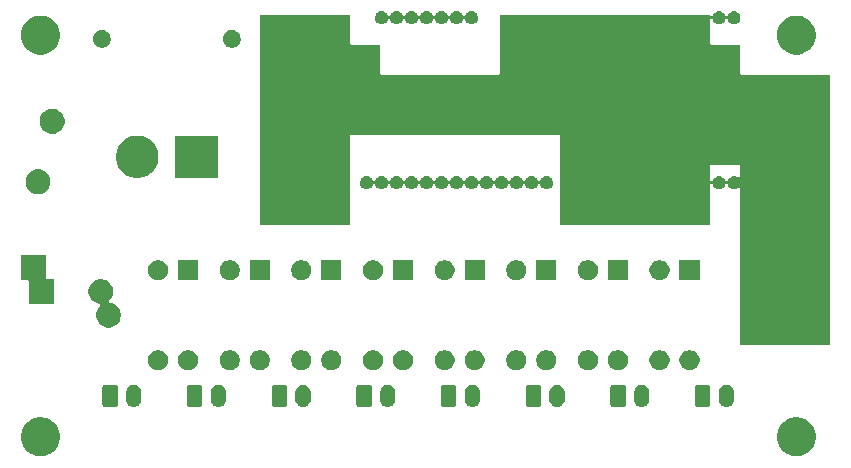
<source format=gbs>
G04 #@! TF.GenerationSoftware,KiCad,Pcbnew,(5.1.5)-3*
G04 #@! TF.CreationDate,2020-11-15T00:32:02+09:00*
G04 #@! TF.ProjectId,shield_servo_adc_sw_gpio_led,73686965-6c64-45f7-9365-72766f5f6164,rev?*
G04 #@! TF.SameCoordinates,PXb532b80PY717cbc0*
G04 #@! TF.FileFunction,Soldermask,Bot*
G04 #@! TF.FilePolarity,Negative*
%FSLAX46Y46*%
G04 Gerber Fmt 4.6, Leading zero omitted, Abs format (unit mm)*
G04 Created by KiCad (PCBNEW (5.1.5)-3) date 2020-11-15 00:32:02*
%MOMM*%
%LPD*%
G04 APERTURE LIST*
%ADD10C,0.100000*%
G04 APERTURE END LIST*
D10*
G36*
X67375256Y-35391298D02*
G01*
X67481579Y-35412447D01*
X67782042Y-35536903D01*
X68052451Y-35717585D01*
X68282415Y-35947549D01*
X68463097Y-36217958D01*
X68587553Y-36518421D01*
X68651000Y-36837391D01*
X68651000Y-37162609D01*
X68587553Y-37481579D01*
X68463097Y-37782042D01*
X68282415Y-38052451D01*
X68052451Y-38282415D01*
X67782042Y-38463097D01*
X67481579Y-38587553D01*
X67375256Y-38608702D01*
X67162611Y-38651000D01*
X66837389Y-38651000D01*
X66624744Y-38608702D01*
X66518421Y-38587553D01*
X66217958Y-38463097D01*
X65947549Y-38282415D01*
X65717585Y-38052451D01*
X65536903Y-37782042D01*
X65412447Y-37481579D01*
X65349000Y-37162609D01*
X65349000Y-36837391D01*
X65412447Y-36518421D01*
X65536903Y-36217958D01*
X65717585Y-35947549D01*
X65947549Y-35717585D01*
X66217958Y-35536903D01*
X66518421Y-35412447D01*
X66624744Y-35391298D01*
X66837389Y-35349000D01*
X67162611Y-35349000D01*
X67375256Y-35391298D01*
G37*
G36*
X3375256Y-35391298D02*
G01*
X3481579Y-35412447D01*
X3782042Y-35536903D01*
X4052451Y-35717585D01*
X4282415Y-35947549D01*
X4463097Y-36217958D01*
X4587553Y-36518421D01*
X4651000Y-36837391D01*
X4651000Y-37162609D01*
X4587553Y-37481579D01*
X4463097Y-37782042D01*
X4282415Y-38052451D01*
X4052451Y-38282415D01*
X3782042Y-38463097D01*
X3481579Y-38587553D01*
X3375256Y-38608702D01*
X3162611Y-38651000D01*
X2837389Y-38651000D01*
X2624744Y-38608702D01*
X2518421Y-38587553D01*
X2217958Y-38463097D01*
X1947549Y-38282415D01*
X1717585Y-38052451D01*
X1536903Y-37782042D01*
X1412447Y-37481579D01*
X1349000Y-37162609D01*
X1349000Y-36837391D01*
X1412447Y-36518421D01*
X1536903Y-36217958D01*
X1717585Y-35947549D01*
X1947549Y-35717585D01*
X2217958Y-35536903D01*
X2518421Y-35412447D01*
X2624744Y-35391298D01*
X2837389Y-35349000D01*
X3162611Y-35349000D01*
X3375256Y-35391298D01*
G37*
G36*
X61207617Y-32623420D02*
G01*
X61288399Y-32647925D01*
X61330335Y-32660646D01*
X61443424Y-32721094D01*
X61542554Y-32802447D01*
X61623906Y-32901575D01*
X61684354Y-33014664D01*
X61694040Y-33046596D01*
X61721580Y-33137382D01*
X61731000Y-33233027D01*
X61731000Y-33846973D01*
X61721580Y-33942618D01*
X61694040Y-34033404D01*
X61684354Y-34065336D01*
X61623906Y-34178425D01*
X61542554Y-34277554D01*
X61443425Y-34358906D01*
X61330336Y-34419354D01*
X61298404Y-34429040D01*
X61207618Y-34456580D01*
X61080000Y-34469149D01*
X60952383Y-34456580D01*
X60861597Y-34429040D01*
X60829665Y-34419354D01*
X60716576Y-34358906D01*
X60617447Y-34277554D01*
X60536096Y-34178427D01*
X60536095Y-34178425D01*
X60475647Y-34065336D01*
X60475645Y-34065333D01*
X60463237Y-34024427D01*
X60438420Y-33942618D01*
X60429000Y-33846973D01*
X60429000Y-33233028D01*
X60438420Y-33137383D01*
X60475645Y-33014669D01*
X60475646Y-33014665D01*
X60536094Y-32901576D01*
X60617447Y-32802446D01*
X60716575Y-32721094D01*
X60829664Y-32660646D01*
X60871600Y-32647925D01*
X60952382Y-32623420D01*
X61080000Y-32610851D01*
X61207617Y-32623420D01*
G37*
G36*
X54039043Y-32623420D02*
G01*
X54119825Y-32647925D01*
X54161761Y-32660646D01*
X54274850Y-32721094D01*
X54373980Y-32802447D01*
X54455332Y-32901575D01*
X54515780Y-33014664D01*
X54525466Y-33046596D01*
X54553006Y-33137382D01*
X54562426Y-33233027D01*
X54562426Y-33846973D01*
X54553006Y-33942618D01*
X54525466Y-34033404D01*
X54515780Y-34065336D01*
X54455332Y-34178425D01*
X54373980Y-34277554D01*
X54274851Y-34358906D01*
X54161762Y-34419354D01*
X54129830Y-34429040D01*
X54039044Y-34456580D01*
X53911426Y-34469149D01*
X53783809Y-34456580D01*
X53693023Y-34429040D01*
X53661091Y-34419354D01*
X53548002Y-34358906D01*
X53448873Y-34277554D01*
X53367522Y-34178427D01*
X53367521Y-34178425D01*
X53307073Y-34065336D01*
X53307071Y-34065333D01*
X53294663Y-34024427D01*
X53269846Y-33942618D01*
X53260426Y-33846973D01*
X53260426Y-33233028D01*
X53269846Y-33137383D01*
X53307071Y-33014669D01*
X53307072Y-33014665D01*
X53367520Y-32901576D01*
X53448873Y-32802446D01*
X53548001Y-32721094D01*
X53661090Y-32660646D01*
X53703026Y-32647925D01*
X53783808Y-32623420D01*
X53911426Y-32610851D01*
X54039043Y-32623420D01*
G37*
G36*
X46870472Y-32623420D02*
G01*
X46951254Y-32647925D01*
X46993190Y-32660646D01*
X47106279Y-32721094D01*
X47205409Y-32802447D01*
X47286761Y-32901575D01*
X47347209Y-33014664D01*
X47356895Y-33046596D01*
X47384435Y-33137382D01*
X47393855Y-33233027D01*
X47393855Y-33846973D01*
X47384435Y-33942618D01*
X47356895Y-34033404D01*
X47347209Y-34065336D01*
X47286761Y-34178425D01*
X47205409Y-34277554D01*
X47106280Y-34358906D01*
X46993191Y-34419354D01*
X46961259Y-34429040D01*
X46870473Y-34456580D01*
X46742855Y-34469149D01*
X46615238Y-34456580D01*
X46524452Y-34429040D01*
X46492520Y-34419354D01*
X46379431Y-34358906D01*
X46280302Y-34277554D01*
X46198951Y-34178427D01*
X46198950Y-34178425D01*
X46138502Y-34065336D01*
X46138500Y-34065333D01*
X46126092Y-34024427D01*
X46101275Y-33942618D01*
X46091855Y-33846973D01*
X46091855Y-33233028D01*
X46101275Y-33137383D01*
X46138500Y-33014669D01*
X46138501Y-33014665D01*
X46198949Y-32901576D01*
X46280302Y-32802446D01*
X46379430Y-32721094D01*
X46492519Y-32660646D01*
X46534455Y-32647925D01*
X46615237Y-32623420D01*
X46742855Y-32610851D01*
X46870472Y-32623420D01*
G37*
G36*
X39701901Y-32623420D02*
G01*
X39782683Y-32647925D01*
X39824619Y-32660646D01*
X39937708Y-32721094D01*
X40036838Y-32802447D01*
X40118190Y-32901575D01*
X40178638Y-33014664D01*
X40188324Y-33046596D01*
X40215864Y-33137382D01*
X40225284Y-33233027D01*
X40225284Y-33846973D01*
X40215864Y-33942618D01*
X40188324Y-34033404D01*
X40178638Y-34065336D01*
X40118190Y-34178425D01*
X40036838Y-34277554D01*
X39937709Y-34358906D01*
X39824620Y-34419354D01*
X39792688Y-34429040D01*
X39701902Y-34456580D01*
X39574284Y-34469149D01*
X39446667Y-34456580D01*
X39355881Y-34429040D01*
X39323949Y-34419354D01*
X39210860Y-34358906D01*
X39111731Y-34277554D01*
X39030380Y-34178427D01*
X39030379Y-34178425D01*
X38969931Y-34065336D01*
X38969929Y-34065333D01*
X38957521Y-34024427D01*
X38932704Y-33942618D01*
X38923284Y-33846973D01*
X38923284Y-33233028D01*
X38932704Y-33137383D01*
X38969929Y-33014669D01*
X38969930Y-33014665D01*
X39030378Y-32901576D01*
X39111731Y-32802446D01*
X39210859Y-32721094D01*
X39323948Y-32660646D01*
X39365884Y-32647925D01*
X39446666Y-32623420D01*
X39574284Y-32610851D01*
X39701901Y-32623420D01*
G37*
G36*
X32533330Y-32623420D02*
G01*
X32614112Y-32647925D01*
X32656048Y-32660646D01*
X32769137Y-32721094D01*
X32868267Y-32802447D01*
X32949619Y-32901575D01*
X33010067Y-33014664D01*
X33019753Y-33046596D01*
X33047293Y-33137382D01*
X33056713Y-33233027D01*
X33056713Y-33846973D01*
X33047293Y-33942618D01*
X33019753Y-34033404D01*
X33010067Y-34065336D01*
X32949619Y-34178425D01*
X32868267Y-34277554D01*
X32769138Y-34358906D01*
X32656049Y-34419354D01*
X32624117Y-34429040D01*
X32533331Y-34456580D01*
X32405713Y-34469149D01*
X32278096Y-34456580D01*
X32187310Y-34429040D01*
X32155378Y-34419354D01*
X32042289Y-34358906D01*
X31943160Y-34277554D01*
X31861809Y-34178427D01*
X31861808Y-34178425D01*
X31801360Y-34065336D01*
X31801358Y-34065333D01*
X31788950Y-34024427D01*
X31764133Y-33942618D01*
X31754713Y-33846973D01*
X31754713Y-33233028D01*
X31764133Y-33137383D01*
X31801358Y-33014669D01*
X31801359Y-33014665D01*
X31861807Y-32901576D01*
X31943160Y-32802446D01*
X32042288Y-32721094D01*
X32155377Y-32660646D01*
X32197313Y-32647925D01*
X32278095Y-32623420D01*
X32405713Y-32610851D01*
X32533330Y-32623420D01*
G37*
G36*
X25364759Y-32623420D02*
G01*
X25445541Y-32647925D01*
X25487477Y-32660646D01*
X25600566Y-32721094D01*
X25699696Y-32802447D01*
X25781048Y-32901575D01*
X25841496Y-33014664D01*
X25851182Y-33046596D01*
X25878722Y-33137382D01*
X25888142Y-33233027D01*
X25888142Y-33846973D01*
X25878722Y-33942618D01*
X25851182Y-34033404D01*
X25841496Y-34065336D01*
X25781048Y-34178425D01*
X25699696Y-34277554D01*
X25600567Y-34358906D01*
X25487478Y-34419354D01*
X25455546Y-34429040D01*
X25364760Y-34456580D01*
X25237142Y-34469149D01*
X25109525Y-34456580D01*
X25018739Y-34429040D01*
X24986807Y-34419354D01*
X24873718Y-34358906D01*
X24774589Y-34277554D01*
X24693238Y-34178427D01*
X24693237Y-34178425D01*
X24632789Y-34065336D01*
X24632787Y-34065333D01*
X24620379Y-34024427D01*
X24595562Y-33942618D01*
X24586142Y-33846973D01*
X24586142Y-33233028D01*
X24595562Y-33137383D01*
X24632787Y-33014669D01*
X24632788Y-33014665D01*
X24693236Y-32901576D01*
X24774589Y-32802446D01*
X24873717Y-32721094D01*
X24986806Y-32660646D01*
X25028742Y-32647925D01*
X25109524Y-32623420D01*
X25237142Y-32610851D01*
X25364759Y-32623420D01*
G37*
G36*
X18196188Y-32623420D02*
G01*
X18276970Y-32647925D01*
X18318906Y-32660646D01*
X18431995Y-32721094D01*
X18531125Y-32802447D01*
X18612477Y-32901575D01*
X18672925Y-33014664D01*
X18682611Y-33046596D01*
X18710151Y-33137382D01*
X18719571Y-33233027D01*
X18719571Y-33846973D01*
X18710151Y-33942618D01*
X18682611Y-34033404D01*
X18672925Y-34065336D01*
X18612477Y-34178425D01*
X18531125Y-34277554D01*
X18431996Y-34358906D01*
X18318907Y-34419354D01*
X18286975Y-34429040D01*
X18196189Y-34456580D01*
X18068571Y-34469149D01*
X17940954Y-34456580D01*
X17850168Y-34429040D01*
X17818236Y-34419354D01*
X17705147Y-34358906D01*
X17606018Y-34277554D01*
X17524667Y-34178427D01*
X17524666Y-34178425D01*
X17464218Y-34065336D01*
X17464216Y-34065333D01*
X17451808Y-34024427D01*
X17426991Y-33942618D01*
X17417571Y-33846973D01*
X17417571Y-33233028D01*
X17426991Y-33137383D01*
X17464216Y-33014669D01*
X17464217Y-33014665D01*
X17524665Y-32901576D01*
X17606018Y-32802446D01*
X17705146Y-32721094D01*
X17818235Y-32660646D01*
X17860171Y-32647925D01*
X17940953Y-32623420D01*
X18068571Y-32610851D01*
X18196188Y-32623420D01*
G37*
G36*
X11027617Y-32623420D02*
G01*
X11108399Y-32647925D01*
X11150335Y-32660646D01*
X11263424Y-32721094D01*
X11362554Y-32802447D01*
X11443906Y-32901575D01*
X11504354Y-33014664D01*
X11514040Y-33046596D01*
X11541580Y-33137382D01*
X11551000Y-33233027D01*
X11551000Y-33846973D01*
X11541580Y-33942618D01*
X11514040Y-34033404D01*
X11504354Y-34065336D01*
X11443906Y-34178425D01*
X11362554Y-34277554D01*
X11263425Y-34358906D01*
X11150336Y-34419354D01*
X11118404Y-34429040D01*
X11027618Y-34456580D01*
X10900000Y-34469149D01*
X10772383Y-34456580D01*
X10681597Y-34429040D01*
X10649665Y-34419354D01*
X10536576Y-34358906D01*
X10437447Y-34277554D01*
X10356096Y-34178427D01*
X10356095Y-34178425D01*
X10295647Y-34065336D01*
X10295645Y-34065333D01*
X10283237Y-34024427D01*
X10258420Y-33942618D01*
X10249000Y-33846973D01*
X10249000Y-33233028D01*
X10258420Y-33137383D01*
X10295645Y-33014669D01*
X10295646Y-33014665D01*
X10356094Y-32901576D01*
X10437447Y-32802446D01*
X10536575Y-32721094D01*
X10649664Y-32660646D01*
X10691600Y-32647925D01*
X10772382Y-32623420D01*
X10900000Y-32610851D01*
X11027617Y-32623420D01*
G37*
G36*
X59571242Y-32618404D02*
G01*
X59608337Y-32629657D01*
X59642515Y-32647925D01*
X59672481Y-32672519D01*
X59697075Y-32702485D01*
X59715343Y-32736663D01*
X59726596Y-32773758D01*
X59731000Y-32818474D01*
X59731000Y-34261526D01*
X59726596Y-34306242D01*
X59715343Y-34343337D01*
X59697075Y-34377515D01*
X59672481Y-34407481D01*
X59642515Y-34432075D01*
X59608337Y-34450343D01*
X59571242Y-34461596D01*
X59526526Y-34466000D01*
X58633474Y-34466000D01*
X58588758Y-34461596D01*
X58551663Y-34450343D01*
X58517485Y-34432075D01*
X58487519Y-34407481D01*
X58462925Y-34377515D01*
X58444657Y-34343337D01*
X58433404Y-34306242D01*
X58429000Y-34261526D01*
X58429000Y-32818474D01*
X58433404Y-32773758D01*
X58444657Y-32736663D01*
X58462925Y-32702485D01*
X58487519Y-32672519D01*
X58517485Y-32647925D01*
X58551663Y-32629657D01*
X58588758Y-32618404D01*
X58633474Y-32614000D01*
X59526526Y-32614000D01*
X59571242Y-32618404D01*
G37*
G36*
X38065526Y-32618404D02*
G01*
X38102621Y-32629657D01*
X38136799Y-32647925D01*
X38166765Y-32672519D01*
X38191359Y-32702485D01*
X38209627Y-32736663D01*
X38220880Y-32773758D01*
X38225284Y-32818474D01*
X38225284Y-34261526D01*
X38220880Y-34306242D01*
X38209627Y-34343337D01*
X38191359Y-34377515D01*
X38166765Y-34407481D01*
X38136799Y-34432075D01*
X38102621Y-34450343D01*
X38065526Y-34461596D01*
X38020810Y-34466000D01*
X37127758Y-34466000D01*
X37083042Y-34461596D01*
X37045947Y-34450343D01*
X37011769Y-34432075D01*
X36981803Y-34407481D01*
X36957209Y-34377515D01*
X36938941Y-34343337D01*
X36927688Y-34306242D01*
X36923284Y-34261526D01*
X36923284Y-32818474D01*
X36927688Y-32773758D01*
X36938941Y-32736663D01*
X36957209Y-32702485D01*
X36981803Y-32672519D01*
X37011769Y-32647925D01*
X37045947Y-32629657D01*
X37083042Y-32618404D01*
X37127758Y-32614000D01*
X38020810Y-32614000D01*
X38065526Y-32618404D01*
G37*
G36*
X30896955Y-32618404D02*
G01*
X30934050Y-32629657D01*
X30968228Y-32647925D01*
X30998194Y-32672519D01*
X31022788Y-32702485D01*
X31041056Y-32736663D01*
X31052309Y-32773758D01*
X31056713Y-32818474D01*
X31056713Y-34261526D01*
X31052309Y-34306242D01*
X31041056Y-34343337D01*
X31022788Y-34377515D01*
X30998194Y-34407481D01*
X30968228Y-34432075D01*
X30934050Y-34450343D01*
X30896955Y-34461596D01*
X30852239Y-34466000D01*
X29959187Y-34466000D01*
X29914471Y-34461596D01*
X29877376Y-34450343D01*
X29843198Y-34432075D01*
X29813232Y-34407481D01*
X29788638Y-34377515D01*
X29770370Y-34343337D01*
X29759117Y-34306242D01*
X29754713Y-34261526D01*
X29754713Y-32818474D01*
X29759117Y-32773758D01*
X29770370Y-32736663D01*
X29788638Y-32702485D01*
X29813232Y-32672519D01*
X29843198Y-32647925D01*
X29877376Y-32629657D01*
X29914471Y-32618404D01*
X29959187Y-32614000D01*
X30852239Y-32614000D01*
X30896955Y-32618404D01*
G37*
G36*
X23728384Y-32618404D02*
G01*
X23765479Y-32629657D01*
X23799657Y-32647925D01*
X23829623Y-32672519D01*
X23854217Y-32702485D01*
X23872485Y-32736663D01*
X23883738Y-32773758D01*
X23888142Y-32818474D01*
X23888142Y-34261526D01*
X23883738Y-34306242D01*
X23872485Y-34343337D01*
X23854217Y-34377515D01*
X23829623Y-34407481D01*
X23799657Y-34432075D01*
X23765479Y-34450343D01*
X23728384Y-34461596D01*
X23683668Y-34466000D01*
X22790616Y-34466000D01*
X22745900Y-34461596D01*
X22708805Y-34450343D01*
X22674627Y-34432075D01*
X22644661Y-34407481D01*
X22620067Y-34377515D01*
X22601799Y-34343337D01*
X22590546Y-34306242D01*
X22586142Y-34261526D01*
X22586142Y-32818474D01*
X22590546Y-32773758D01*
X22601799Y-32736663D01*
X22620067Y-32702485D01*
X22644661Y-32672519D01*
X22674627Y-32647925D01*
X22708805Y-32629657D01*
X22745900Y-32618404D01*
X22790616Y-32614000D01*
X23683668Y-32614000D01*
X23728384Y-32618404D01*
G37*
G36*
X16559813Y-32618404D02*
G01*
X16596908Y-32629657D01*
X16631086Y-32647925D01*
X16661052Y-32672519D01*
X16685646Y-32702485D01*
X16703914Y-32736663D01*
X16715167Y-32773758D01*
X16719571Y-32818474D01*
X16719571Y-34261526D01*
X16715167Y-34306242D01*
X16703914Y-34343337D01*
X16685646Y-34377515D01*
X16661052Y-34407481D01*
X16631086Y-34432075D01*
X16596908Y-34450343D01*
X16559813Y-34461596D01*
X16515097Y-34466000D01*
X15622045Y-34466000D01*
X15577329Y-34461596D01*
X15540234Y-34450343D01*
X15506056Y-34432075D01*
X15476090Y-34407481D01*
X15451496Y-34377515D01*
X15433228Y-34343337D01*
X15421975Y-34306242D01*
X15417571Y-34261526D01*
X15417571Y-32818474D01*
X15421975Y-32773758D01*
X15433228Y-32736663D01*
X15451496Y-32702485D01*
X15476090Y-32672519D01*
X15506056Y-32647925D01*
X15540234Y-32629657D01*
X15577329Y-32618404D01*
X15622045Y-32614000D01*
X16515097Y-32614000D01*
X16559813Y-32618404D01*
G37*
G36*
X52402668Y-32618404D02*
G01*
X52439763Y-32629657D01*
X52473941Y-32647925D01*
X52503907Y-32672519D01*
X52528501Y-32702485D01*
X52546769Y-32736663D01*
X52558022Y-32773758D01*
X52562426Y-32818474D01*
X52562426Y-34261526D01*
X52558022Y-34306242D01*
X52546769Y-34343337D01*
X52528501Y-34377515D01*
X52503907Y-34407481D01*
X52473941Y-34432075D01*
X52439763Y-34450343D01*
X52402668Y-34461596D01*
X52357952Y-34466000D01*
X51464900Y-34466000D01*
X51420184Y-34461596D01*
X51383089Y-34450343D01*
X51348911Y-34432075D01*
X51318945Y-34407481D01*
X51294351Y-34377515D01*
X51276083Y-34343337D01*
X51264830Y-34306242D01*
X51260426Y-34261526D01*
X51260426Y-32818474D01*
X51264830Y-32773758D01*
X51276083Y-32736663D01*
X51294351Y-32702485D01*
X51318945Y-32672519D01*
X51348911Y-32647925D01*
X51383089Y-32629657D01*
X51420184Y-32618404D01*
X51464900Y-32614000D01*
X52357952Y-32614000D01*
X52402668Y-32618404D01*
G37*
G36*
X45234097Y-32618404D02*
G01*
X45271192Y-32629657D01*
X45305370Y-32647925D01*
X45335336Y-32672519D01*
X45359930Y-32702485D01*
X45378198Y-32736663D01*
X45389451Y-32773758D01*
X45393855Y-32818474D01*
X45393855Y-34261526D01*
X45389451Y-34306242D01*
X45378198Y-34343337D01*
X45359930Y-34377515D01*
X45335336Y-34407481D01*
X45305370Y-34432075D01*
X45271192Y-34450343D01*
X45234097Y-34461596D01*
X45189381Y-34466000D01*
X44296329Y-34466000D01*
X44251613Y-34461596D01*
X44214518Y-34450343D01*
X44180340Y-34432075D01*
X44150374Y-34407481D01*
X44125780Y-34377515D01*
X44107512Y-34343337D01*
X44096259Y-34306242D01*
X44091855Y-34261526D01*
X44091855Y-32818474D01*
X44096259Y-32773758D01*
X44107512Y-32736663D01*
X44125780Y-32702485D01*
X44150374Y-32672519D01*
X44180340Y-32647925D01*
X44214518Y-32629657D01*
X44251613Y-32618404D01*
X44296329Y-32614000D01*
X45189381Y-32614000D01*
X45234097Y-32618404D01*
G37*
G36*
X9391242Y-32618404D02*
G01*
X9428337Y-32629657D01*
X9462515Y-32647925D01*
X9492481Y-32672519D01*
X9517075Y-32702485D01*
X9535343Y-32736663D01*
X9546596Y-32773758D01*
X9551000Y-32818474D01*
X9551000Y-34261526D01*
X9546596Y-34306242D01*
X9535343Y-34343337D01*
X9517075Y-34377515D01*
X9492481Y-34407481D01*
X9462515Y-34432075D01*
X9428337Y-34450343D01*
X9391242Y-34461596D01*
X9346526Y-34466000D01*
X8453474Y-34466000D01*
X8408758Y-34461596D01*
X8371663Y-34450343D01*
X8337485Y-34432075D01*
X8307519Y-34407481D01*
X8282925Y-34377515D01*
X8264657Y-34343337D01*
X8253404Y-34306242D01*
X8249000Y-34261526D01*
X8249000Y-32818474D01*
X8253404Y-32773758D01*
X8264657Y-32736663D01*
X8282925Y-32702485D01*
X8307519Y-32672519D01*
X8337485Y-32647925D01*
X8371663Y-32629657D01*
X8408758Y-32618404D01*
X8453474Y-32614000D01*
X9346526Y-32614000D01*
X9391242Y-32618404D01*
G37*
G36*
X25339478Y-29701703D02*
G01*
X25494350Y-29765853D01*
X25633731Y-29858985D01*
X25752265Y-29977519D01*
X25845397Y-30116900D01*
X25909547Y-30271772D01*
X25942250Y-30436184D01*
X25942250Y-30603816D01*
X25909547Y-30768228D01*
X25845397Y-30923100D01*
X25752265Y-31062481D01*
X25633731Y-31181015D01*
X25494350Y-31274147D01*
X25339478Y-31338297D01*
X25175066Y-31371000D01*
X25007434Y-31371000D01*
X24843022Y-31338297D01*
X24688150Y-31274147D01*
X24548769Y-31181015D01*
X24430235Y-31062481D01*
X24337103Y-30923100D01*
X24272953Y-30768228D01*
X24240250Y-30603816D01*
X24240250Y-30436184D01*
X24272953Y-30271772D01*
X24337103Y-30116900D01*
X24430235Y-29977519D01*
X24548769Y-29858985D01*
X24688150Y-29765853D01*
X24843022Y-29701703D01*
X25007434Y-29669000D01*
X25175066Y-29669000D01*
X25339478Y-29701703D01*
G37*
G36*
X13208228Y-29701703D02*
G01*
X13363100Y-29765853D01*
X13502481Y-29858985D01*
X13621015Y-29977519D01*
X13714147Y-30116900D01*
X13778297Y-30271772D01*
X13811000Y-30436184D01*
X13811000Y-30603816D01*
X13778297Y-30768228D01*
X13714147Y-30923100D01*
X13621015Y-31062481D01*
X13502481Y-31181015D01*
X13363100Y-31274147D01*
X13208228Y-31338297D01*
X13043816Y-31371000D01*
X12876184Y-31371000D01*
X12711772Y-31338297D01*
X12556900Y-31274147D01*
X12417519Y-31181015D01*
X12298985Y-31062481D01*
X12205853Y-30923100D01*
X12141703Y-30768228D01*
X12109000Y-30603816D01*
X12109000Y-30436184D01*
X12141703Y-30271772D01*
X12205853Y-30116900D01*
X12298985Y-29977519D01*
X12417519Y-29858985D01*
X12556900Y-29765853D01*
X12711772Y-29701703D01*
X12876184Y-29669000D01*
X13043816Y-29669000D01*
X13208228Y-29701703D01*
G37*
G36*
X58207603Y-29701703D02*
G01*
X58362475Y-29765853D01*
X58501856Y-29858985D01*
X58620390Y-29977519D01*
X58713522Y-30116900D01*
X58777672Y-30271772D01*
X58810375Y-30436184D01*
X58810375Y-30603816D01*
X58777672Y-30768228D01*
X58713522Y-30923100D01*
X58620390Y-31062481D01*
X58501856Y-31181015D01*
X58362475Y-31274147D01*
X58207603Y-31338297D01*
X58043191Y-31371000D01*
X57875559Y-31371000D01*
X57711147Y-31338297D01*
X57556275Y-31274147D01*
X57416894Y-31181015D01*
X57298360Y-31062481D01*
X57205228Y-30923100D01*
X57141078Y-30768228D01*
X57108375Y-30603816D01*
X57108375Y-30436184D01*
X57141078Y-30271772D01*
X57205228Y-30116900D01*
X57298360Y-29977519D01*
X57416894Y-29858985D01*
X57556275Y-29765853D01*
X57711147Y-29701703D01*
X57875559Y-29669000D01*
X58043191Y-29669000D01*
X58207603Y-29701703D01*
G37*
G36*
X55667603Y-29701703D02*
G01*
X55822475Y-29765853D01*
X55961856Y-29858985D01*
X56080390Y-29977519D01*
X56173522Y-30116900D01*
X56237672Y-30271772D01*
X56270375Y-30436184D01*
X56270375Y-30603816D01*
X56237672Y-30768228D01*
X56173522Y-30923100D01*
X56080390Y-31062481D01*
X55961856Y-31181015D01*
X55822475Y-31274147D01*
X55667603Y-31338297D01*
X55503191Y-31371000D01*
X55335559Y-31371000D01*
X55171147Y-31338297D01*
X55016275Y-31274147D01*
X54876894Y-31181015D01*
X54758360Y-31062481D01*
X54665228Y-30923100D01*
X54601078Y-30768228D01*
X54568375Y-30603816D01*
X54568375Y-30436184D01*
X54601078Y-30271772D01*
X54665228Y-30116900D01*
X54758360Y-29977519D01*
X54876894Y-29858985D01*
X55016275Y-29765853D01*
X55171147Y-29701703D01*
X55335559Y-29669000D01*
X55503191Y-29669000D01*
X55667603Y-29701703D01*
G37*
G36*
X15748228Y-29701703D02*
G01*
X15903100Y-29765853D01*
X16042481Y-29858985D01*
X16161015Y-29977519D01*
X16254147Y-30116900D01*
X16318297Y-30271772D01*
X16351000Y-30436184D01*
X16351000Y-30603816D01*
X16318297Y-30768228D01*
X16254147Y-30923100D01*
X16161015Y-31062481D01*
X16042481Y-31181015D01*
X15903100Y-31274147D01*
X15748228Y-31338297D01*
X15583816Y-31371000D01*
X15416184Y-31371000D01*
X15251772Y-31338297D01*
X15096900Y-31274147D01*
X14957519Y-31181015D01*
X14838985Y-31062481D01*
X14745853Y-30923100D01*
X14681703Y-30768228D01*
X14649000Y-30603816D01*
X14649000Y-30436184D01*
X14681703Y-30271772D01*
X14745853Y-30116900D01*
X14838985Y-29977519D01*
X14957519Y-29858985D01*
X15096900Y-29765853D01*
X15251772Y-29701703D01*
X15416184Y-29669000D01*
X15583816Y-29669000D01*
X15748228Y-29701703D01*
G37*
G36*
X52141978Y-29701703D02*
G01*
X52296850Y-29765853D01*
X52436231Y-29858985D01*
X52554765Y-29977519D01*
X52647897Y-30116900D01*
X52712047Y-30271772D01*
X52744750Y-30436184D01*
X52744750Y-30603816D01*
X52712047Y-30768228D01*
X52647897Y-30923100D01*
X52554765Y-31062481D01*
X52436231Y-31181015D01*
X52296850Y-31274147D01*
X52141978Y-31338297D01*
X51977566Y-31371000D01*
X51809934Y-31371000D01*
X51645522Y-31338297D01*
X51490650Y-31274147D01*
X51351269Y-31181015D01*
X51232735Y-31062481D01*
X51139603Y-30923100D01*
X51075453Y-30768228D01*
X51042750Y-30603816D01*
X51042750Y-30436184D01*
X51075453Y-30271772D01*
X51139603Y-30116900D01*
X51232735Y-29977519D01*
X51351269Y-29858985D01*
X51490650Y-29765853D01*
X51645522Y-29701703D01*
X51809934Y-29669000D01*
X51977566Y-29669000D01*
X52141978Y-29701703D01*
G37*
G36*
X19273853Y-29701703D02*
G01*
X19428725Y-29765853D01*
X19568106Y-29858985D01*
X19686640Y-29977519D01*
X19779772Y-30116900D01*
X19843922Y-30271772D01*
X19876625Y-30436184D01*
X19876625Y-30603816D01*
X19843922Y-30768228D01*
X19779772Y-30923100D01*
X19686640Y-31062481D01*
X19568106Y-31181015D01*
X19428725Y-31274147D01*
X19273853Y-31338297D01*
X19109441Y-31371000D01*
X18941809Y-31371000D01*
X18777397Y-31338297D01*
X18622525Y-31274147D01*
X18483144Y-31181015D01*
X18364610Y-31062481D01*
X18271478Y-30923100D01*
X18207328Y-30768228D01*
X18174625Y-30603816D01*
X18174625Y-30436184D01*
X18207328Y-30271772D01*
X18271478Y-30116900D01*
X18364610Y-29977519D01*
X18483144Y-29858985D01*
X18622525Y-29765853D01*
X18777397Y-29701703D01*
X18941809Y-29669000D01*
X19109441Y-29669000D01*
X19273853Y-29701703D01*
G37*
G36*
X21813853Y-29701703D02*
G01*
X21968725Y-29765853D01*
X22108106Y-29858985D01*
X22226640Y-29977519D01*
X22319772Y-30116900D01*
X22383922Y-30271772D01*
X22416625Y-30436184D01*
X22416625Y-30603816D01*
X22383922Y-30768228D01*
X22319772Y-30923100D01*
X22226640Y-31062481D01*
X22108106Y-31181015D01*
X21968725Y-31274147D01*
X21813853Y-31338297D01*
X21649441Y-31371000D01*
X21481809Y-31371000D01*
X21317397Y-31338297D01*
X21162525Y-31274147D01*
X21023144Y-31181015D01*
X20904610Y-31062481D01*
X20811478Y-30923100D01*
X20747328Y-30768228D01*
X20714625Y-30603816D01*
X20714625Y-30436184D01*
X20747328Y-30271772D01*
X20811478Y-30116900D01*
X20904610Y-29977519D01*
X21023144Y-29858985D01*
X21162525Y-29765853D01*
X21317397Y-29701703D01*
X21481809Y-29669000D01*
X21649441Y-29669000D01*
X21813853Y-29701703D01*
G37*
G36*
X27879478Y-29701703D02*
G01*
X28034350Y-29765853D01*
X28173731Y-29858985D01*
X28292265Y-29977519D01*
X28385397Y-30116900D01*
X28449547Y-30271772D01*
X28482250Y-30436184D01*
X28482250Y-30603816D01*
X28449547Y-30768228D01*
X28385397Y-30923100D01*
X28292265Y-31062481D01*
X28173731Y-31181015D01*
X28034350Y-31274147D01*
X27879478Y-31338297D01*
X27715066Y-31371000D01*
X27547434Y-31371000D01*
X27383022Y-31338297D01*
X27228150Y-31274147D01*
X27088769Y-31181015D01*
X26970235Y-31062481D01*
X26877103Y-30923100D01*
X26812953Y-30768228D01*
X26780250Y-30603816D01*
X26780250Y-30436184D01*
X26812953Y-30271772D01*
X26877103Y-30116900D01*
X26970235Y-29977519D01*
X27088769Y-29858985D01*
X27228150Y-29765853D01*
X27383022Y-29701703D01*
X27547434Y-29669000D01*
X27715066Y-29669000D01*
X27879478Y-29701703D01*
G37*
G36*
X40010728Y-29701703D02*
G01*
X40165600Y-29765853D01*
X40304981Y-29858985D01*
X40423515Y-29977519D01*
X40516647Y-30116900D01*
X40580797Y-30271772D01*
X40613500Y-30436184D01*
X40613500Y-30603816D01*
X40580797Y-30768228D01*
X40516647Y-30923100D01*
X40423515Y-31062481D01*
X40304981Y-31181015D01*
X40165600Y-31274147D01*
X40010728Y-31338297D01*
X39846316Y-31371000D01*
X39678684Y-31371000D01*
X39514272Y-31338297D01*
X39359400Y-31274147D01*
X39220019Y-31181015D01*
X39101485Y-31062481D01*
X39008353Y-30923100D01*
X38944203Y-30768228D01*
X38911500Y-30603816D01*
X38911500Y-30436184D01*
X38944203Y-30271772D01*
X39008353Y-30116900D01*
X39101485Y-29977519D01*
X39220019Y-29858985D01*
X39359400Y-29765853D01*
X39514272Y-29701703D01*
X39678684Y-29669000D01*
X39846316Y-29669000D01*
X40010728Y-29701703D01*
G37*
G36*
X31405103Y-29701703D02*
G01*
X31559975Y-29765853D01*
X31699356Y-29858985D01*
X31817890Y-29977519D01*
X31911022Y-30116900D01*
X31975172Y-30271772D01*
X32007875Y-30436184D01*
X32007875Y-30603816D01*
X31975172Y-30768228D01*
X31911022Y-30923100D01*
X31817890Y-31062481D01*
X31699356Y-31181015D01*
X31559975Y-31274147D01*
X31405103Y-31338297D01*
X31240691Y-31371000D01*
X31073059Y-31371000D01*
X30908647Y-31338297D01*
X30753775Y-31274147D01*
X30614394Y-31181015D01*
X30495860Y-31062481D01*
X30402728Y-30923100D01*
X30338578Y-30768228D01*
X30305875Y-30603816D01*
X30305875Y-30436184D01*
X30338578Y-30271772D01*
X30402728Y-30116900D01*
X30495860Y-29977519D01*
X30614394Y-29858985D01*
X30753775Y-29765853D01*
X30908647Y-29701703D01*
X31073059Y-29669000D01*
X31240691Y-29669000D01*
X31405103Y-29701703D01*
G37*
G36*
X33945103Y-29701703D02*
G01*
X34099975Y-29765853D01*
X34239356Y-29858985D01*
X34357890Y-29977519D01*
X34451022Y-30116900D01*
X34515172Y-30271772D01*
X34547875Y-30436184D01*
X34547875Y-30603816D01*
X34515172Y-30768228D01*
X34451022Y-30923100D01*
X34357890Y-31062481D01*
X34239356Y-31181015D01*
X34099975Y-31274147D01*
X33945103Y-31338297D01*
X33780691Y-31371000D01*
X33613059Y-31371000D01*
X33448647Y-31338297D01*
X33293775Y-31274147D01*
X33154394Y-31181015D01*
X33035860Y-31062481D01*
X32942728Y-30923100D01*
X32878578Y-30768228D01*
X32845875Y-30603816D01*
X32845875Y-30436184D01*
X32878578Y-30271772D01*
X32942728Y-30116900D01*
X33035860Y-29977519D01*
X33154394Y-29858985D01*
X33293775Y-29765853D01*
X33448647Y-29701703D01*
X33613059Y-29669000D01*
X33780691Y-29669000D01*
X33945103Y-29701703D01*
G37*
G36*
X43536353Y-29701703D02*
G01*
X43691225Y-29765853D01*
X43830606Y-29858985D01*
X43949140Y-29977519D01*
X44042272Y-30116900D01*
X44106422Y-30271772D01*
X44139125Y-30436184D01*
X44139125Y-30603816D01*
X44106422Y-30768228D01*
X44042272Y-30923100D01*
X43949140Y-31062481D01*
X43830606Y-31181015D01*
X43691225Y-31274147D01*
X43536353Y-31338297D01*
X43371941Y-31371000D01*
X43204309Y-31371000D01*
X43039897Y-31338297D01*
X42885025Y-31274147D01*
X42745644Y-31181015D01*
X42627110Y-31062481D01*
X42533978Y-30923100D01*
X42469828Y-30768228D01*
X42437125Y-30603816D01*
X42437125Y-30436184D01*
X42469828Y-30271772D01*
X42533978Y-30116900D01*
X42627110Y-29977519D01*
X42745644Y-29858985D01*
X42885025Y-29765853D01*
X43039897Y-29701703D01*
X43204309Y-29669000D01*
X43371941Y-29669000D01*
X43536353Y-29701703D01*
G37*
G36*
X37470728Y-29701703D02*
G01*
X37625600Y-29765853D01*
X37764981Y-29858985D01*
X37883515Y-29977519D01*
X37976647Y-30116900D01*
X38040797Y-30271772D01*
X38073500Y-30436184D01*
X38073500Y-30603816D01*
X38040797Y-30768228D01*
X37976647Y-30923100D01*
X37883515Y-31062481D01*
X37764981Y-31181015D01*
X37625600Y-31274147D01*
X37470728Y-31338297D01*
X37306316Y-31371000D01*
X37138684Y-31371000D01*
X36974272Y-31338297D01*
X36819400Y-31274147D01*
X36680019Y-31181015D01*
X36561485Y-31062481D01*
X36468353Y-30923100D01*
X36404203Y-30768228D01*
X36371500Y-30603816D01*
X36371500Y-30436184D01*
X36404203Y-30271772D01*
X36468353Y-30116900D01*
X36561485Y-29977519D01*
X36680019Y-29858985D01*
X36819400Y-29765853D01*
X36974272Y-29701703D01*
X37138684Y-29669000D01*
X37306316Y-29669000D01*
X37470728Y-29701703D01*
G37*
G36*
X46076353Y-29701703D02*
G01*
X46231225Y-29765853D01*
X46370606Y-29858985D01*
X46489140Y-29977519D01*
X46582272Y-30116900D01*
X46646422Y-30271772D01*
X46679125Y-30436184D01*
X46679125Y-30603816D01*
X46646422Y-30768228D01*
X46582272Y-30923100D01*
X46489140Y-31062481D01*
X46370606Y-31181015D01*
X46231225Y-31274147D01*
X46076353Y-31338297D01*
X45911941Y-31371000D01*
X45744309Y-31371000D01*
X45579897Y-31338297D01*
X45425025Y-31274147D01*
X45285644Y-31181015D01*
X45167110Y-31062481D01*
X45073978Y-30923100D01*
X45009828Y-30768228D01*
X44977125Y-30603816D01*
X44977125Y-30436184D01*
X45009828Y-30271772D01*
X45073978Y-30116900D01*
X45167110Y-29977519D01*
X45285644Y-29858985D01*
X45425025Y-29765853D01*
X45579897Y-29701703D01*
X45744309Y-29669000D01*
X45911941Y-29669000D01*
X46076353Y-29701703D01*
G37*
G36*
X49601978Y-29701703D02*
G01*
X49756850Y-29765853D01*
X49896231Y-29858985D01*
X50014765Y-29977519D01*
X50107897Y-30116900D01*
X50172047Y-30271772D01*
X50204750Y-30436184D01*
X50204750Y-30603816D01*
X50172047Y-30768228D01*
X50107897Y-30923100D01*
X50014765Y-31062481D01*
X49896231Y-31181015D01*
X49756850Y-31274147D01*
X49601978Y-31338297D01*
X49437566Y-31371000D01*
X49269934Y-31371000D01*
X49105522Y-31338297D01*
X48950650Y-31274147D01*
X48811269Y-31181015D01*
X48692735Y-31062481D01*
X48599603Y-30923100D01*
X48535453Y-30768228D01*
X48502750Y-30603816D01*
X48502750Y-30436184D01*
X48535453Y-30271772D01*
X48599603Y-30116900D01*
X48692735Y-29977519D01*
X48811269Y-29858985D01*
X48950650Y-29765853D01*
X49105522Y-29701703D01*
X49269934Y-29669000D01*
X49437566Y-29669000D01*
X49601978Y-29701703D01*
G37*
G36*
X60615721Y-985174D02*
G01*
X60715995Y-1026709D01*
X60715996Y-1026710D01*
X60806242Y-1087010D01*
X60882990Y-1163758D01*
X60882991Y-1163760D01*
X60943291Y-1254005D01*
X60974516Y-1329389D01*
X60986067Y-1351000D01*
X61001612Y-1369941D01*
X61020554Y-1385487D01*
X61042165Y-1397038D01*
X61065614Y-1404151D01*
X61090000Y-1406553D01*
X61114386Y-1404151D01*
X61137835Y-1397038D01*
X61159446Y-1385487D01*
X61178387Y-1369942D01*
X61193933Y-1351000D01*
X61205484Y-1329389D01*
X61236709Y-1254005D01*
X61297009Y-1163760D01*
X61297010Y-1163758D01*
X61373758Y-1087010D01*
X61464004Y-1026710D01*
X61464005Y-1026709D01*
X61564279Y-985174D01*
X61670730Y-964000D01*
X61779270Y-964000D01*
X61885721Y-985174D01*
X61985995Y-1026709D01*
X61985996Y-1026710D01*
X62076242Y-1087010D01*
X62152990Y-1163758D01*
X62152991Y-1163760D01*
X62213291Y-1254005D01*
X62254826Y-1354279D01*
X62276000Y-1460730D01*
X62276000Y-1569270D01*
X62254826Y-1675721D01*
X62213291Y-1775995D01*
X62213290Y-1775996D01*
X62152990Y-1866242D01*
X62076242Y-1942990D01*
X62069416Y-1947551D01*
X61985995Y-2003291D01*
X61885721Y-2044826D01*
X61779270Y-2066000D01*
X61670730Y-2066000D01*
X61564279Y-2044826D01*
X61464005Y-2003291D01*
X61380584Y-1947551D01*
X61373758Y-1942990D01*
X61297010Y-1866242D01*
X61236710Y-1775996D01*
X61236709Y-1775995D01*
X61205484Y-1700611D01*
X61193933Y-1679000D01*
X61178388Y-1660059D01*
X61159446Y-1644513D01*
X61137835Y-1632962D01*
X61114386Y-1625849D01*
X61090000Y-1623447D01*
X61065614Y-1625849D01*
X61042165Y-1632962D01*
X61020554Y-1644513D01*
X61001613Y-1660058D01*
X60986067Y-1679000D01*
X60974516Y-1700611D01*
X60943291Y-1775995D01*
X60943290Y-1775996D01*
X60882990Y-1866242D01*
X60806242Y-1942990D01*
X60799416Y-1947551D01*
X60715995Y-2003291D01*
X60615721Y-2044826D01*
X60509270Y-2066000D01*
X60400730Y-2066000D01*
X60294279Y-2044826D01*
X60194005Y-2003291D01*
X60110584Y-1947551D01*
X60103758Y-1942990D01*
X60027010Y-1866242D01*
X59966710Y-1775996D01*
X59966709Y-1775995D01*
X59930483Y-1688538D01*
X59918932Y-1666927D01*
X59903387Y-1647985D01*
X59884445Y-1632440D01*
X59862834Y-1620889D01*
X59839385Y-1613776D01*
X59814999Y-1611374D01*
X59790613Y-1613776D01*
X59767164Y-1620889D01*
X59745553Y-1632440D01*
X59726611Y-1647985D01*
X59711066Y-1666927D01*
X59699515Y-1688538D01*
X59692402Y-1711987D01*
X59690000Y-1736373D01*
X59690000Y-3685001D01*
X59692402Y-3709387D01*
X59699515Y-3732836D01*
X59711066Y-3754447D01*
X59726611Y-3773389D01*
X59745553Y-3788934D01*
X59767164Y-3800485D01*
X59790613Y-3807598D01*
X59814999Y-3810000D01*
X62230000Y-3810000D01*
X62230000Y-6225001D01*
X62232402Y-6249387D01*
X62239515Y-6272836D01*
X62251066Y-6294447D01*
X62266611Y-6313389D01*
X62285553Y-6328934D01*
X62307164Y-6340485D01*
X62330613Y-6347598D01*
X62354999Y-6350000D01*
X69850000Y-6350000D01*
X69850000Y-29210000D01*
X62230000Y-29210000D01*
X62230000Y-16044109D01*
X62227598Y-16019723D01*
X62220485Y-15996274D01*
X62208934Y-15974663D01*
X62193389Y-15955721D01*
X62174447Y-15940176D01*
X62152836Y-15928625D01*
X62129387Y-15921512D01*
X62105001Y-15919110D01*
X62080615Y-15921512D01*
X62057166Y-15928625D01*
X62035555Y-15940176D01*
X61985995Y-15973291D01*
X61885721Y-16014826D01*
X61779270Y-16036000D01*
X61670730Y-16036000D01*
X61564279Y-16014826D01*
X61464005Y-15973291D01*
X61397158Y-15928625D01*
X61373758Y-15912990D01*
X61297010Y-15836242D01*
X61236710Y-15745996D01*
X61236709Y-15745995D01*
X61205484Y-15670611D01*
X61193933Y-15649000D01*
X61178388Y-15630059D01*
X61159446Y-15614513D01*
X61137835Y-15602962D01*
X61114386Y-15595849D01*
X61090000Y-15593447D01*
X61065614Y-15595849D01*
X61042165Y-15602962D01*
X61020554Y-15614513D01*
X61001613Y-15630058D01*
X60986067Y-15649000D01*
X60974516Y-15670611D01*
X60943291Y-15745995D01*
X60943290Y-15745996D01*
X60882990Y-15836242D01*
X60806242Y-15912990D01*
X60782842Y-15928625D01*
X60715995Y-15973291D01*
X60615721Y-16014826D01*
X60509270Y-16036000D01*
X60400730Y-16036000D01*
X60294279Y-16014826D01*
X60194005Y-15973291D01*
X60127158Y-15928625D01*
X60103758Y-15912990D01*
X60027010Y-15836242D01*
X59966710Y-15745996D01*
X59966709Y-15745995D01*
X59930483Y-15658538D01*
X59918932Y-15636927D01*
X59903387Y-15617985D01*
X59884445Y-15602440D01*
X59862834Y-15590889D01*
X59839385Y-15583776D01*
X59814999Y-15581374D01*
X59790613Y-15583776D01*
X59767164Y-15590889D01*
X59745553Y-15602440D01*
X59726611Y-15617985D01*
X59711066Y-15636927D01*
X59699515Y-15658538D01*
X59692402Y-15681987D01*
X59690000Y-15706373D01*
X59690000Y-19050000D01*
X46990000Y-19050000D01*
X46990000Y-14094999D01*
X59690000Y-14094999D01*
X59690000Y-15263627D01*
X59692402Y-15288013D01*
X59699515Y-15311462D01*
X59711066Y-15333073D01*
X59726611Y-15352015D01*
X59745553Y-15367560D01*
X59767164Y-15379111D01*
X59790613Y-15386224D01*
X59814999Y-15388626D01*
X59839385Y-15386224D01*
X59862834Y-15379111D01*
X59884445Y-15367560D01*
X59903387Y-15352015D01*
X59918932Y-15333073D01*
X59930483Y-15311462D01*
X59966709Y-15224005D01*
X60027009Y-15133760D01*
X60027010Y-15133758D01*
X60103758Y-15057010D01*
X60194004Y-14996710D01*
X60194005Y-14996709D01*
X60294279Y-14955174D01*
X60400730Y-14934000D01*
X60509270Y-14934000D01*
X60615721Y-14955174D01*
X60715995Y-14996709D01*
X60715996Y-14996710D01*
X60806242Y-15057010D01*
X60882990Y-15133758D01*
X60882991Y-15133760D01*
X60943291Y-15224005D01*
X60974516Y-15299389D01*
X60986067Y-15321000D01*
X61001612Y-15339941D01*
X61020554Y-15355487D01*
X61042165Y-15367038D01*
X61065614Y-15374151D01*
X61090000Y-15376553D01*
X61114386Y-15374151D01*
X61137835Y-15367038D01*
X61159446Y-15355487D01*
X61178387Y-15339942D01*
X61193933Y-15321000D01*
X61205484Y-15299389D01*
X61236709Y-15224005D01*
X61297009Y-15133760D01*
X61297010Y-15133758D01*
X61373758Y-15057010D01*
X61464004Y-14996710D01*
X61464005Y-14996709D01*
X61564279Y-14955174D01*
X61670730Y-14934000D01*
X61779270Y-14934000D01*
X61885721Y-14955174D01*
X61985995Y-14996709D01*
X62035555Y-15029824D01*
X62057166Y-15041375D01*
X62080615Y-15048488D01*
X62105001Y-15050890D01*
X62129387Y-15048488D01*
X62152836Y-15041375D01*
X62174446Y-15029824D01*
X62193388Y-15014279D01*
X62208934Y-14995337D01*
X62220485Y-14973726D01*
X62227598Y-14950277D01*
X62230000Y-14925891D01*
X62230000Y-14094999D01*
X62227598Y-14070613D01*
X62220485Y-14047164D01*
X62208934Y-14025553D01*
X62193389Y-14006611D01*
X62174447Y-13991066D01*
X62152836Y-13979515D01*
X62129387Y-13972402D01*
X62105001Y-13970000D01*
X59814999Y-13970000D01*
X59790613Y-13972402D01*
X59767164Y-13979515D01*
X59745553Y-13991066D01*
X59726611Y-14006611D01*
X59711066Y-14025553D01*
X59699515Y-14047164D01*
X59692402Y-14070613D01*
X59690000Y-14094999D01*
X46990000Y-14094999D01*
X46990000Y-11554999D01*
X46987598Y-11530613D01*
X46980485Y-11507164D01*
X46968934Y-11485553D01*
X46953389Y-11466611D01*
X46934447Y-11451066D01*
X46912836Y-11439515D01*
X46889387Y-11432402D01*
X46865001Y-11430000D01*
X29334999Y-11430000D01*
X29310613Y-11432402D01*
X29287164Y-11439515D01*
X29265553Y-11451066D01*
X29246611Y-11466611D01*
X29231066Y-11485553D01*
X29219515Y-11507164D01*
X29212402Y-11530613D01*
X29210000Y-11554999D01*
X29210000Y-19050000D01*
X21590000Y-19050000D01*
X21590000Y-1270000D01*
X29210000Y-1270000D01*
X29210000Y-3685001D01*
X29212402Y-3709387D01*
X29219515Y-3732836D01*
X29231066Y-3754447D01*
X29246611Y-3773389D01*
X29265553Y-3788934D01*
X29287164Y-3800485D01*
X29310613Y-3807598D01*
X29334999Y-3810000D01*
X31750000Y-3810000D01*
X31750000Y-6225001D01*
X31752402Y-6249387D01*
X31759515Y-6272836D01*
X31771066Y-6294447D01*
X31786611Y-6313389D01*
X31805553Y-6328934D01*
X31827164Y-6340485D01*
X31850613Y-6347598D01*
X31874999Y-6350000D01*
X41785001Y-6350000D01*
X41809387Y-6347598D01*
X41832836Y-6340485D01*
X41854447Y-6328934D01*
X41873389Y-6313389D01*
X41888934Y-6294447D01*
X41900485Y-6272836D01*
X41907598Y-6249387D01*
X41910000Y-6225001D01*
X41910000Y-1270000D01*
X59690000Y-1270000D01*
X59690000Y-1293627D01*
X59692402Y-1318013D01*
X59699515Y-1341462D01*
X59711066Y-1363073D01*
X59726611Y-1382015D01*
X59745553Y-1397560D01*
X59767164Y-1409111D01*
X59790613Y-1416224D01*
X59814999Y-1418626D01*
X59839385Y-1416224D01*
X59862834Y-1409111D01*
X59884445Y-1397560D01*
X59903387Y-1382015D01*
X59918932Y-1363073D01*
X59930483Y-1341462D01*
X59966709Y-1254005D01*
X60027009Y-1163760D01*
X60027010Y-1163758D01*
X60103758Y-1087010D01*
X60194004Y-1026710D01*
X60194005Y-1026709D01*
X60294279Y-985174D01*
X60400730Y-964000D01*
X60509270Y-964000D01*
X60615721Y-985174D01*
G37*
G36*
X8406564Y-23689389D02*
G01*
X8597833Y-23768615D01*
X8597835Y-23768616D01*
X8686955Y-23828164D01*
X8769973Y-23883635D01*
X8916365Y-24030027D01*
X9031385Y-24202167D01*
X9110611Y-24393436D01*
X9151000Y-24596484D01*
X9151000Y-24803516D01*
X9110611Y-25006564D01*
X9031385Y-25197833D01*
X8916365Y-25369973D01*
X8842240Y-25444098D01*
X8826695Y-25463040D01*
X8815144Y-25484651D01*
X8808031Y-25508100D01*
X8805629Y-25532486D01*
X8808031Y-25556872D01*
X8815144Y-25580321D01*
X8826695Y-25601932D01*
X8842240Y-25620874D01*
X8861182Y-25636419D01*
X8882793Y-25647970D01*
X8906242Y-25655083D01*
X9078708Y-25689389D01*
X9269977Y-25768615D01*
X9269979Y-25768616D01*
X9285708Y-25779126D01*
X9442117Y-25883635D01*
X9588509Y-26030027D01*
X9703529Y-26202167D01*
X9782755Y-26393436D01*
X9823144Y-26596484D01*
X9823144Y-26803516D01*
X9782755Y-27006564D01*
X9703529Y-27197833D01*
X9703528Y-27197835D01*
X9588509Y-27369973D01*
X9442117Y-27516365D01*
X9269979Y-27631384D01*
X9269978Y-27631385D01*
X9269977Y-27631385D01*
X9078708Y-27710611D01*
X8875660Y-27751000D01*
X8668628Y-27751000D01*
X8465580Y-27710611D01*
X8274311Y-27631385D01*
X8274310Y-27631385D01*
X8274309Y-27631384D01*
X8102171Y-27516365D01*
X7955779Y-27369973D01*
X7840760Y-27197835D01*
X7840759Y-27197833D01*
X7761533Y-27006564D01*
X7721144Y-26803516D01*
X7721144Y-26596484D01*
X7761533Y-26393436D01*
X7840759Y-26202167D01*
X7955779Y-26030027D01*
X8029904Y-25955902D01*
X8045449Y-25936960D01*
X8057000Y-25915349D01*
X8064113Y-25891900D01*
X8066515Y-25867514D01*
X8064113Y-25843128D01*
X8057000Y-25819679D01*
X8045449Y-25798068D01*
X8029904Y-25779126D01*
X8010962Y-25763581D01*
X7989351Y-25752030D01*
X7965902Y-25744917D01*
X7793436Y-25710611D01*
X7602167Y-25631385D01*
X7602166Y-25631385D01*
X7602165Y-25631384D01*
X7430027Y-25516365D01*
X7283635Y-25369973D01*
X7168616Y-25197835D01*
X7168615Y-25197833D01*
X7089389Y-25006564D01*
X7049000Y-24803516D01*
X7049000Y-24596484D01*
X7089389Y-24393436D01*
X7168615Y-24202167D01*
X7283635Y-24030027D01*
X7430027Y-23883635D01*
X7513045Y-23828164D01*
X7602165Y-23768616D01*
X7602167Y-23768615D01*
X7793436Y-23689389D01*
X7996484Y-23649000D01*
X8203516Y-23649000D01*
X8406564Y-23689389D01*
G37*
G36*
X3478856Y-23524001D02*
G01*
X3481258Y-23548387D01*
X3488371Y-23571836D01*
X3499922Y-23593447D01*
X3515467Y-23612389D01*
X3534409Y-23627934D01*
X3556020Y-23639485D01*
X3579469Y-23646598D01*
X3603855Y-23649000D01*
X4151000Y-23649000D01*
X4151000Y-25751000D01*
X2049000Y-25751000D01*
X2049000Y-23875999D01*
X2046598Y-23851613D01*
X2039485Y-23828164D01*
X2027934Y-23806553D01*
X2012389Y-23787611D01*
X1993447Y-23772066D01*
X1971836Y-23760515D01*
X1948387Y-23753402D01*
X1924001Y-23751000D01*
X1376856Y-23751000D01*
X1376856Y-21649000D01*
X3478856Y-21649000D01*
X3478856Y-23524001D01*
G37*
G36*
X55667603Y-22081703D02*
G01*
X55822475Y-22145853D01*
X55961856Y-22238985D01*
X56080390Y-22357519D01*
X56173522Y-22496900D01*
X56237672Y-22651772D01*
X56270375Y-22816184D01*
X56270375Y-22983816D01*
X56237672Y-23148228D01*
X56173522Y-23303100D01*
X56080390Y-23442481D01*
X55961856Y-23561015D01*
X55822475Y-23654147D01*
X55667603Y-23718297D01*
X55503191Y-23751000D01*
X55335559Y-23751000D01*
X55171147Y-23718297D01*
X55016275Y-23654147D01*
X54876894Y-23561015D01*
X54758360Y-23442481D01*
X54665228Y-23303100D01*
X54601078Y-23148228D01*
X54568375Y-22983816D01*
X54568375Y-22816184D01*
X54601078Y-22651772D01*
X54665228Y-22496900D01*
X54758360Y-22357519D01*
X54876894Y-22238985D01*
X55016275Y-22145853D01*
X55171147Y-22081703D01*
X55335559Y-22049000D01*
X55503191Y-22049000D01*
X55667603Y-22081703D01*
G37*
G36*
X40613500Y-23751000D02*
G01*
X38911500Y-23751000D01*
X38911500Y-22049000D01*
X40613500Y-22049000D01*
X40613500Y-23751000D01*
G37*
G36*
X46679125Y-23751000D02*
G01*
X44977125Y-23751000D01*
X44977125Y-22049000D01*
X46679125Y-22049000D01*
X46679125Y-23751000D01*
G37*
G36*
X43536353Y-22081703D02*
G01*
X43691225Y-22145853D01*
X43830606Y-22238985D01*
X43949140Y-22357519D01*
X44042272Y-22496900D01*
X44106422Y-22651772D01*
X44139125Y-22816184D01*
X44139125Y-22983816D01*
X44106422Y-23148228D01*
X44042272Y-23303100D01*
X43949140Y-23442481D01*
X43830606Y-23561015D01*
X43691225Y-23654147D01*
X43536353Y-23718297D01*
X43371941Y-23751000D01*
X43204309Y-23751000D01*
X43039897Y-23718297D01*
X42885025Y-23654147D01*
X42745644Y-23561015D01*
X42627110Y-23442481D01*
X42533978Y-23303100D01*
X42469828Y-23148228D01*
X42437125Y-22983816D01*
X42437125Y-22816184D01*
X42469828Y-22651772D01*
X42533978Y-22496900D01*
X42627110Y-22357519D01*
X42745644Y-22238985D01*
X42885025Y-22145853D01*
X43039897Y-22081703D01*
X43204309Y-22049000D01*
X43371941Y-22049000D01*
X43536353Y-22081703D01*
G37*
G36*
X31405103Y-22081703D02*
G01*
X31559975Y-22145853D01*
X31699356Y-22238985D01*
X31817890Y-22357519D01*
X31911022Y-22496900D01*
X31975172Y-22651772D01*
X32007875Y-22816184D01*
X32007875Y-22983816D01*
X31975172Y-23148228D01*
X31911022Y-23303100D01*
X31817890Y-23442481D01*
X31699356Y-23561015D01*
X31559975Y-23654147D01*
X31405103Y-23718297D01*
X31240691Y-23751000D01*
X31073059Y-23751000D01*
X30908647Y-23718297D01*
X30753775Y-23654147D01*
X30614394Y-23561015D01*
X30495860Y-23442481D01*
X30402728Y-23303100D01*
X30338578Y-23148228D01*
X30305875Y-22983816D01*
X30305875Y-22816184D01*
X30338578Y-22651772D01*
X30402728Y-22496900D01*
X30495860Y-22357519D01*
X30614394Y-22238985D01*
X30753775Y-22145853D01*
X30908647Y-22081703D01*
X31073059Y-22049000D01*
X31240691Y-22049000D01*
X31405103Y-22081703D01*
G37*
G36*
X58810375Y-23751000D02*
G01*
X57108375Y-23751000D01*
X57108375Y-22049000D01*
X58810375Y-22049000D01*
X58810375Y-23751000D01*
G37*
G36*
X16351000Y-23751000D02*
G01*
X14649000Y-23751000D01*
X14649000Y-22049000D01*
X16351000Y-22049000D01*
X16351000Y-23751000D01*
G37*
G36*
X13208228Y-22081703D02*
G01*
X13363100Y-22145853D01*
X13502481Y-22238985D01*
X13621015Y-22357519D01*
X13714147Y-22496900D01*
X13778297Y-22651772D01*
X13811000Y-22816184D01*
X13811000Y-22983816D01*
X13778297Y-23148228D01*
X13714147Y-23303100D01*
X13621015Y-23442481D01*
X13502481Y-23561015D01*
X13363100Y-23654147D01*
X13208228Y-23718297D01*
X13043816Y-23751000D01*
X12876184Y-23751000D01*
X12711772Y-23718297D01*
X12556900Y-23654147D01*
X12417519Y-23561015D01*
X12298985Y-23442481D01*
X12205853Y-23303100D01*
X12141703Y-23148228D01*
X12109000Y-22983816D01*
X12109000Y-22816184D01*
X12141703Y-22651772D01*
X12205853Y-22496900D01*
X12298985Y-22357519D01*
X12417519Y-22238985D01*
X12556900Y-22145853D01*
X12711772Y-22081703D01*
X12876184Y-22049000D01*
X13043816Y-22049000D01*
X13208228Y-22081703D01*
G37*
G36*
X37470728Y-22081703D02*
G01*
X37625600Y-22145853D01*
X37764981Y-22238985D01*
X37883515Y-22357519D01*
X37976647Y-22496900D01*
X38040797Y-22651772D01*
X38073500Y-22816184D01*
X38073500Y-22983816D01*
X38040797Y-23148228D01*
X37976647Y-23303100D01*
X37883515Y-23442481D01*
X37764981Y-23561015D01*
X37625600Y-23654147D01*
X37470728Y-23718297D01*
X37306316Y-23751000D01*
X37138684Y-23751000D01*
X36974272Y-23718297D01*
X36819400Y-23654147D01*
X36680019Y-23561015D01*
X36561485Y-23442481D01*
X36468353Y-23303100D01*
X36404203Y-23148228D01*
X36371500Y-22983816D01*
X36371500Y-22816184D01*
X36404203Y-22651772D01*
X36468353Y-22496900D01*
X36561485Y-22357519D01*
X36680019Y-22238985D01*
X36819400Y-22145853D01*
X36974272Y-22081703D01*
X37138684Y-22049000D01*
X37306316Y-22049000D01*
X37470728Y-22081703D01*
G37*
G36*
X34547875Y-23751000D02*
G01*
X32845875Y-23751000D01*
X32845875Y-22049000D01*
X34547875Y-22049000D01*
X34547875Y-23751000D01*
G37*
G36*
X28482250Y-23751000D02*
G01*
X26780250Y-23751000D01*
X26780250Y-22049000D01*
X28482250Y-22049000D01*
X28482250Y-23751000D01*
G37*
G36*
X25339478Y-22081703D02*
G01*
X25494350Y-22145853D01*
X25633731Y-22238985D01*
X25752265Y-22357519D01*
X25845397Y-22496900D01*
X25909547Y-22651772D01*
X25942250Y-22816184D01*
X25942250Y-22983816D01*
X25909547Y-23148228D01*
X25845397Y-23303100D01*
X25752265Y-23442481D01*
X25633731Y-23561015D01*
X25494350Y-23654147D01*
X25339478Y-23718297D01*
X25175066Y-23751000D01*
X25007434Y-23751000D01*
X24843022Y-23718297D01*
X24688150Y-23654147D01*
X24548769Y-23561015D01*
X24430235Y-23442481D01*
X24337103Y-23303100D01*
X24272953Y-23148228D01*
X24240250Y-22983816D01*
X24240250Y-22816184D01*
X24272953Y-22651772D01*
X24337103Y-22496900D01*
X24430235Y-22357519D01*
X24548769Y-22238985D01*
X24688150Y-22145853D01*
X24843022Y-22081703D01*
X25007434Y-22049000D01*
X25175066Y-22049000D01*
X25339478Y-22081703D01*
G37*
G36*
X19273853Y-22081703D02*
G01*
X19428725Y-22145853D01*
X19568106Y-22238985D01*
X19686640Y-22357519D01*
X19779772Y-22496900D01*
X19843922Y-22651772D01*
X19876625Y-22816184D01*
X19876625Y-22983816D01*
X19843922Y-23148228D01*
X19779772Y-23303100D01*
X19686640Y-23442481D01*
X19568106Y-23561015D01*
X19428725Y-23654147D01*
X19273853Y-23718297D01*
X19109441Y-23751000D01*
X18941809Y-23751000D01*
X18777397Y-23718297D01*
X18622525Y-23654147D01*
X18483144Y-23561015D01*
X18364610Y-23442481D01*
X18271478Y-23303100D01*
X18207328Y-23148228D01*
X18174625Y-22983816D01*
X18174625Y-22816184D01*
X18207328Y-22651772D01*
X18271478Y-22496900D01*
X18364610Y-22357519D01*
X18483144Y-22238985D01*
X18622525Y-22145853D01*
X18777397Y-22081703D01*
X18941809Y-22049000D01*
X19109441Y-22049000D01*
X19273853Y-22081703D01*
G37*
G36*
X22416625Y-23751000D02*
G01*
X20714625Y-23751000D01*
X20714625Y-22049000D01*
X22416625Y-22049000D01*
X22416625Y-23751000D01*
G37*
G36*
X49601978Y-22081703D02*
G01*
X49756850Y-22145853D01*
X49896231Y-22238985D01*
X50014765Y-22357519D01*
X50107897Y-22496900D01*
X50172047Y-22651772D01*
X50204750Y-22816184D01*
X50204750Y-22983816D01*
X50172047Y-23148228D01*
X50107897Y-23303100D01*
X50014765Y-23442481D01*
X49896231Y-23561015D01*
X49756850Y-23654147D01*
X49601978Y-23718297D01*
X49437566Y-23751000D01*
X49269934Y-23751000D01*
X49105522Y-23718297D01*
X48950650Y-23654147D01*
X48811269Y-23561015D01*
X48692735Y-23442481D01*
X48599603Y-23303100D01*
X48535453Y-23148228D01*
X48502750Y-22983816D01*
X48502750Y-22816184D01*
X48535453Y-22651772D01*
X48599603Y-22496900D01*
X48692735Y-22357519D01*
X48811269Y-22238985D01*
X48950650Y-22145853D01*
X49105522Y-22081703D01*
X49269934Y-22049000D01*
X49437566Y-22049000D01*
X49601978Y-22081703D01*
G37*
G36*
X52744750Y-23751000D02*
G01*
X51042750Y-23751000D01*
X51042750Y-22049000D01*
X52744750Y-22049000D01*
X52744750Y-23751000D01*
G37*
G36*
X3006016Y-14364291D02*
G01*
X3108024Y-14384581D01*
X3300204Y-14464185D01*
X3473161Y-14579751D01*
X3620249Y-14726839D01*
X3735815Y-14899796D01*
X3815419Y-15091976D01*
X3815419Y-15091977D01*
X3856000Y-15295992D01*
X3856000Y-15504008D01*
X3837732Y-15595849D01*
X3815419Y-15708024D01*
X3735815Y-15900204D01*
X3620249Y-16073161D01*
X3473161Y-16220249D01*
X3300204Y-16335815D01*
X3108024Y-16415419D01*
X3006016Y-16435709D01*
X2904008Y-16456000D01*
X2695992Y-16456000D01*
X2593984Y-16435709D01*
X2491976Y-16415419D01*
X2299796Y-16335815D01*
X2126839Y-16220249D01*
X1979751Y-16073161D01*
X1864185Y-15900204D01*
X1784581Y-15708024D01*
X1762268Y-15595849D01*
X1744000Y-15504008D01*
X1744000Y-15295992D01*
X1784581Y-15091977D01*
X1784581Y-15091976D01*
X1864185Y-14899796D01*
X1979751Y-14726839D01*
X2126839Y-14579751D01*
X2299796Y-14464185D01*
X2491976Y-14384581D01*
X2593984Y-14364291D01*
X2695992Y-14344000D01*
X2904008Y-14344000D01*
X3006016Y-14364291D01*
G37*
G36*
X30770721Y-14955174D02*
G01*
X30870995Y-14996709D01*
X30870996Y-14996710D01*
X30961242Y-15057010D01*
X31037990Y-15133758D01*
X31037991Y-15133760D01*
X31098291Y-15224005D01*
X31129516Y-15299389D01*
X31141067Y-15321000D01*
X31156612Y-15339941D01*
X31175554Y-15355487D01*
X31197165Y-15367038D01*
X31220614Y-15374151D01*
X31245000Y-15376553D01*
X31269386Y-15374151D01*
X31292835Y-15367038D01*
X31314446Y-15355487D01*
X31333387Y-15339942D01*
X31348933Y-15321000D01*
X31360484Y-15299389D01*
X31391709Y-15224005D01*
X31452009Y-15133760D01*
X31452010Y-15133758D01*
X31528758Y-15057010D01*
X31619004Y-14996710D01*
X31619005Y-14996709D01*
X31719279Y-14955174D01*
X31825730Y-14934000D01*
X31934270Y-14934000D01*
X32040721Y-14955174D01*
X32140995Y-14996709D01*
X32140996Y-14996710D01*
X32231242Y-15057010D01*
X32307990Y-15133758D01*
X32307991Y-15133760D01*
X32368291Y-15224005D01*
X32399516Y-15299389D01*
X32411067Y-15321000D01*
X32426612Y-15339941D01*
X32445554Y-15355487D01*
X32467165Y-15367038D01*
X32490614Y-15374151D01*
X32515000Y-15376553D01*
X32539386Y-15374151D01*
X32562835Y-15367038D01*
X32584446Y-15355487D01*
X32603387Y-15339942D01*
X32618933Y-15321000D01*
X32630484Y-15299389D01*
X32661709Y-15224005D01*
X32722009Y-15133760D01*
X32722010Y-15133758D01*
X32798758Y-15057010D01*
X32889004Y-14996710D01*
X32889005Y-14996709D01*
X32989279Y-14955174D01*
X33095730Y-14934000D01*
X33204270Y-14934000D01*
X33310721Y-14955174D01*
X33410995Y-14996709D01*
X33410996Y-14996710D01*
X33501242Y-15057010D01*
X33577990Y-15133758D01*
X33577991Y-15133760D01*
X33638291Y-15224005D01*
X33669516Y-15299389D01*
X33681067Y-15321000D01*
X33696612Y-15339941D01*
X33715554Y-15355487D01*
X33737165Y-15367038D01*
X33760614Y-15374151D01*
X33785000Y-15376553D01*
X33809386Y-15374151D01*
X33832835Y-15367038D01*
X33854446Y-15355487D01*
X33873387Y-15339942D01*
X33888933Y-15321000D01*
X33900484Y-15299389D01*
X33931709Y-15224005D01*
X33992009Y-15133760D01*
X33992010Y-15133758D01*
X34068758Y-15057010D01*
X34159004Y-14996710D01*
X34159005Y-14996709D01*
X34259279Y-14955174D01*
X34365730Y-14934000D01*
X34474270Y-14934000D01*
X34580721Y-14955174D01*
X34680995Y-14996709D01*
X34680996Y-14996710D01*
X34771242Y-15057010D01*
X34847990Y-15133758D01*
X34847991Y-15133760D01*
X34908291Y-15224005D01*
X34939516Y-15299389D01*
X34951067Y-15321000D01*
X34966612Y-15339941D01*
X34985554Y-15355487D01*
X35007165Y-15367038D01*
X35030614Y-15374151D01*
X35055000Y-15376553D01*
X35079386Y-15374151D01*
X35102835Y-15367038D01*
X35124446Y-15355487D01*
X35143387Y-15339942D01*
X35158933Y-15321000D01*
X35170484Y-15299389D01*
X35201709Y-15224005D01*
X35262009Y-15133760D01*
X35262010Y-15133758D01*
X35338758Y-15057010D01*
X35429004Y-14996710D01*
X35429005Y-14996709D01*
X35529279Y-14955174D01*
X35635730Y-14934000D01*
X35744270Y-14934000D01*
X35850721Y-14955174D01*
X35950995Y-14996709D01*
X35950996Y-14996710D01*
X36041242Y-15057010D01*
X36117990Y-15133758D01*
X36117991Y-15133760D01*
X36178291Y-15224005D01*
X36209516Y-15299389D01*
X36221067Y-15321000D01*
X36236612Y-15339941D01*
X36255554Y-15355487D01*
X36277165Y-15367038D01*
X36300614Y-15374151D01*
X36325000Y-15376553D01*
X36349386Y-15374151D01*
X36372835Y-15367038D01*
X36394446Y-15355487D01*
X36413387Y-15339942D01*
X36428933Y-15321000D01*
X36440484Y-15299389D01*
X36471709Y-15224005D01*
X36532009Y-15133760D01*
X36532010Y-15133758D01*
X36608758Y-15057010D01*
X36699004Y-14996710D01*
X36699005Y-14996709D01*
X36799279Y-14955174D01*
X36905730Y-14934000D01*
X37014270Y-14934000D01*
X37120721Y-14955174D01*
X37220995Y-14996709D01*
X37220996Y-14996710D01*
X37311242Y-15057010D01*
X37387990Y-15133758D01*
X37387991Y-15133760D01*
X37448291Y-15224005D01*
X37479516Y-15299389D01*
X37491067Y-15321000D01*
X37506612Y-15339941D01*
X37525554Y-15355487D01*
X37547165Y-15367038D01*
X37570614Y-15374151D01*
X37595000Y-15376553D01*
X37619386Y-15374151D01*
X37642835Y-15367038D01*
X37664446Y-15355487D01*
X37683387Y-15339942D01*
X37698933Y-15321000D01*
X37710484Y-15299389D01*
X37741709Y-15224005D01*
X37802009Y-15133760D01*
X37802010Y-15133758D01*
X37878758Y-15057010D01*
X37969004Y-14996710D01*
X37969005Y-14996709D01*
X38069279Y-14955174D01*
X38175730Y-14934000D01*
X38284270Y-14934000D01*
X38390721Y-14955174D01*
X38490995Y-14996709D01*
X38490996Y-14996710D01*
X38581242Y-15057010D01*
X38657990Y-15133758D01*
X38657991Y-15133760D01*
X38718291Y-15224005D01*
X38749516Y-15299389D01*
X38761067Y-15321000D01*
X38776612Y-15339941D01*
X38795554Y-15355487D01*
X38817165Y-15367038D01*
X38840614Y-15374151D01*
X38865000Y-15376553D01*
X38889386Y-15374151D01*
X38912835Y-15367038D01*
X38934446Y-15355487D01*
X38953387Y-15339942D01*
X38968933Y-15321000D01*
X38980484Y-15299389D01*
X39011709Y-15224005D01*
X39072009Y-15133760D01*
X39072010Y-15133758D01*
X39148758Y-15057010D01*
X39239004Y-14996710D01*
X39239005Y-14996709D01*
X39339279Y-14955174D01*
X39445730Y-14934000D01*
X39554270Y-14934000D01*
X39660721Y-14955174D01*
X39760995Y-14996709D01*
X39760996Y-14996710D01*
X39851242Y-15057010D01*
X39927990Y-15133758D01*
X39927991Y-15133760D01*
X39988291Y-15224005D01*
X40019516Y-15299389D01*
X40031067Y-15321000D01*
X40046612Y-15339941D01*
X40065554Y-15355487D01*
X40087165Y-15367038D01*
X40110614Y-15374151D01*
X40135000Y-15376553D01*
X40159386Y-15374151D01*
X40182835Y-15367038D01*
X40204446Y-15355487D01*
X40223387Y-15339942D01*
X40238933Y-15321000D01*
X40250484Y-15299389D01*
X40281709Y-15224005D01*
X40342009Y-15133760D01*
X40342010Y-15133758D01*
X40418758Y-15057010D01*
X40509004Y-14996710D01*
X40509005Y-14996709D01*
X40609279Y-14955174D01*
X40715730Y-14934000D01*
X40824270Y-14934000D01*
X40930721Y-14955174D01*
X41030995Y-14996709D01*
X41030996Y-14996710D01*
X41121242Y-15057010D01*
X41197990Y-15133758D01*
X41197991Y-15133760D01*
X41258291Y-15224005D01*
X41289516Y-15299389D01*
X41301067Y-15321000D01*
X41316612Y-15339941D01*
X41335554Y-15355487D01*
X41357165Y-15367038D01*
X41380614Y-15374151D01*
X41405000Y-15376553D01*
X41429386Y-15374151D01*
X41452835Y-15367038D01*
X41474446Y-15355487D01*
X41493387Y-15339942D01*
X41508933Y-15321000D01*
X41520484Y-15299389D01*
X41551709Y-15224005D01*
X41612009Y-15133760D01*
X41612010Y-15133758D01*
X41688758Y-15057010D01*
X41779004Y-14996710D01*
X41779005Y-14996709D01*
X41879279Y-14955174D01*
X41985730Y-14934000D01*
X42094270Y-14934000D01*
X42200721Y-14955174D01*
X42300995Y-14996709D01*
X42300996Y-14996710D01*
X42391242Y-15057010D01*
X42467990Y-15133758D01*
X42467991Y-15133760D01*
X42528291Y-15224005D01*
X42559516Y-15299389D01*
X42571067Y-15321000D01*
X42586612Y-15339941D01*
X42605554Y-15355487D01*
X42627165Y-15367038D01*
X42650614Y-15374151D01*
X42675000Y-15376553D01*
X42699386Y-15374151D01*
X42722835Y-15367038D01*
X42744446Y-15355487D01*
X42763387Y-15339942D01*
X42778933Y-15321000D01*
X42790484Y-15299389D01*
X42821709Y-15224005D01*
X42882009Y-15133760D01*
X42882010Y-15133758D01*
X42958758Y-15057010D01*
X43049004Y-14996710D01*
X43049005Y-14996709D01*
X43149279Y-14955174D01*
X43255730Y-14934000D01*
X43364270Y-14934000D01*
X43470721Y-14955174D01*
X43570995Y-14996709D01*
X43570996Y-14996710D01*
X43661242Y-15057010D01*
X43737990Y-15133758D01*
X43737991Y-15133760D01*
X43798291Y-15224005D01*
X43829516Y-15299389D01*
X43841067Y-15321000D01*
X43856612Y-15339941D01*
X43875554Y-15355487D01*
X43897165Y-15367038D01*
X43920614Y-15374151D01*
X43945000Y-15376553D01*
X43969386Y-15374151D01*
X43992835Y-15367038D01*
X44014446Y-15355487D01*
X44033387Y-15339942D01*
X44048933Y-15321000D01*
X44060484Y-15299389D01*
X44091709Y-15224005D01*
X44152009Y-15133760D01*
X44152010Y-15133758D01*
X44228758Y-15057010D01*
X44319004Y-14996710D01*
X44319005Y-14996709D01*
X44419279Y-14955174D01*
X44525730Y-14934000D01*
X44634270Y-14934000D01*
X44740721Y-14955174D01*
X44840995Y-14996709D01*
X44840996Y-14996710D01*
X44931242Y-15057010D01*
X45007990Y-15133758D01*
X45007991Y-15133760D01*
X45068291Y-15224005D01*
X45099516Y-15299389D01*
X45111067Y-15321000D01*
X45126612Y-15339941D01*
X45145554Y-15355487D01*
X45167165Y-15367038D01*
X45190614Y-15374151D01*
X45215000Y-15376553D01*
X45239386Y-15374151D01*
X45262835Y-15367038D01*
X45284446Y-15355487D01*
X45303387Y-15339942D01*
X45318933Y-15321000D01*
X45330484Y-15299389D01*
X45361709Y-15224005D01*
X45422009Y-15133760D01*
X45422010Y-15133758D01*
X45498758Y-15057010D01*
X45589004Y-14996710D01*
X45589005Y-14996709D01*
X45689279Y-14955174D01*
X45795730Y-14934000D01*
X45904270Y-14934000D01*
X46010721Y-14955174D01*
X46110995Y-14996709D01*
X46110996Y-14996710D01*
X46201242Y-15057010D01*
X46277990Y-15133758D01*
X46277991Y-15133760D01*
X46338291Y-15224005D01*
X46379826Y-15324279D01*
X46401000Y-15430730D01*
X46401000Y-15539270D01*
X46379826Y-15645721D01*
X46338291Y-15745995D01*
X46338290Y-15745996D01*
X46277990Y-15836242D01*
X46201242Y-15912990D01*
X46177842Y-15928625D01*
X46110995Y-15973291D01*
X46010721Y-16014826D01*
X45904270Y-16036000D01*
X45795730Y-16036000D01*
X45689279Y-16014826D01*
X45589005Y-15973291D01*
X45522158Y-15928625D01*
X45498758Y-15912990D01*
X45422010Y-15836242D01*
X45361710Y-15745996D01*
X45361709Y-15745995D01*
X45330484Y-15670611D01*
X45318933Y-15649000D01*
X45303388Y-15630059D01*
X45284446Y-15614513D01*
X45262835Y-15602962D01*
X45239386Y-15595849D01*
X45215000Y-15593447D01*
X45190614Y-15595849D01*
X45167165Y-15602962D01*
X45145554Y-15614513D01*
X45126613Y-15630058D01*
X45111067Y-15649000D01*
X45099516Y-15670611D01*
X45068291Y-15745995D01*
X45068290Y-15745996D01*
X45007990Y-15836242D01*
X44931242Y-15912990D01*
X44907842Y-15928625D01*
X44840995Y-15973291D01*
X44740721Y-16014826D01*
X44634270Y-16036000D01*
X44525730Y-16036000D01*
X44419279Y-16014826D01*
X44319005Y-15973291D01*
X44252158Y-15928625D01*
X44228758Y-15912990D01*
X44152010Y-15836242D01*
X44091710Y-15745996D01*
X44091709Y-15745995D01*
X44060484Y-15670611D01*
X44048933Y-15649000D01*
X44033388Y-15630059D01*
X44014446Y-15614513D01*
X43992835Y-15602962D01*
X43969386Y-15595849D01*
X43945000Y-15593447D01*
X43920614Y-15595849D01*
X43897165Y-15602962D01*
X43875554Y-15614513D01*
X43856613Y-15630058D01*
X43841067Y-15649000D01*
X43829516Y-15670611D01*
X43798291Y-15745995D01*
X43798290Y-15745996D01*
X43737990Y-15836242D01*
X43661242Y-15912990D01*
X43637842Y-15928625D01*
X43570995Y-15973291D01*
X43470721Y-16014826D01*
X43364270Y-16036000D01*
X43255730Y-16036000D01*
X43149279Y-16014826D01*
X43049005Y-15973291D01*
X42982158Y-15928625D01*
X42958758Y-15912990D01*
X42882010Y-15836242D01*
X42821710Y-15745996D01*
X42821709Y-15745995D01*
X42790484Y-15670611D01*
X42778933Y-15649000D01*
X42763388Y-15630059D01*
X42744446Y-15614513D01*
X42722835Y-15602962D01*
X42699386Y-15595849D01*
X42675000Y-15593447D01*
X42650614Y-15595849D01*
X42627165Y-15602962D01*
X42605554Y-15614513D01*
X42586613Y-15630058D01*
X42571067Y-15649000D01*
X42559516Y-15670611D01*
X42528291Y-15745995D01*
X42528290Y-15745996D01*
X42467990Y-15836242D01*
X42391242Y-15912990D01*
X42367842Y-15928625D01*
X42300995Y-15973291D01*
X42200721Y-16014826D01*
X42094270Y-16036000D01*
X41985730Y-16036000D01*
X41879279Y-16014826D01*
X41779005Y-15973291D01*
X41712158Y-15928625D01*
X41688758Y-15912990D01*
X41612010Y-15836242D01*
X41551710Y-15745996D01*
X41551709Y-15745995D01*
X41520484Y-15670611D01*
X41508933Y-15649000D01*
X41493388Y-15630059D01*
X41474446Y-15614513D01*
X41452835Y-15602962D01*
X41429386Y-15595849D01*
X41405000Y-15593447D01*
X41380614Y-15595849D01*
X41357165Y-15602962D01*
X41335554Y-15614513D01*
X41316613Y-15630058D01*
X41301067Y-15649000D01*
X41289516Y-15670611D01*
X41258291Y-15745995D01*
X41258290Y-15745996D01*
X41197990Y-15836242D01*
X41121242Y-15912990D01*
X41097842Y-15928625D01*
X41030995Y-15973291D01*
X40930721Y-16014826D01*
X40824270Y-16036000D01*
X40715730Y-16036000D01*
X40609279Y-16014826D01*
X40509005Y-15973291D01*
X40442158Y-15928625D01*
X40418758Y-15912990D01*
X40342010Y-15836242D01*
X40281710Y-15745996D01*
X40281709Y-15745995D01*
X40250484Y-15670611D01*
X40238933Y-15649000D01*
X40223388Y-15630059D01*
X40204446Y-15614513D01*
X40182835Y-15602962D01*
X40159386Y-15595849D01*
X40135000Y-15593447D01*
X40110614Y-15595849D01*
X40087165Y-15602962D01*
X40065554Y-15614513D01*
X40046613Y-15630058D01*
X40031067Y-15649000D01*
X40019516Y-15670611D01*
X39988291Y-15745995D01*
X39988290Y-15745996D01*
X39927990Y-15836242D01*
X39851242Y-15912990D01*
X39827842Y-15928625D01*
X39760995Y-15973291D01*
X39660721Y-16014826D01*
X39554270Y-16036000D01*
X39445730Y-16036000D01*
X39339279Y-16014826D01*
X39239005Y-15973291D01*
X39172158Y-15928625D01*
X39148758Y-15912990D01*
X39072010Y-15836242D01*
X39011710Y-15745996D01*
X39011709Y-15745995D01*
X38980484Y-15670611D01*
X38968933Y-15649000D01*
X38953388Y-15630059D01*
X38934446Y-15614513D01*
X38912835Y-15602962D01*
X38889386Y-15595849D01*
X38865000Y-15593447D01*
X38840614Y-15595849D01*
X38817165Y-15602962D01*
X38795554Y-15614513D01*
X38776613Y-15630058D01*
X38761067Y-15649000D01*
X38749516Y-15670611D01*
X38718291Y-15745995D01*
X38718290Y-15745996D01*
X38657990Y-15836242D01*
X38581242Y-15912990D01*
X38557842Y-15928625D01*
X38490995Y-15973291D01*
X38390721Y-16014826D01*
X38284270Y-16036000D01*
X38175730Y-16036000D01*
X38069279Y-16014826D01*
X37969005Y-15973291D01*
X37902158Y-15928625D01*
X37878758Y-15912990D01*
X37802010Y-15836242D01*
X37741710Y-15745996D01*
X37741709Y-15745995D01*
X37710484Y-15670611D01*
X37698933Y-15649000D01*
X37683388Y-15630059D01*
X37664446Y-15614513D01*
X37642835Y-15602962D01*
X37619386Y-15595849D01*
X37595000Y-15593447D01*
X37570614Y-15595849D01*
X37547165Y-15602962D01*
X37525554Y-15614513D01*
X37506613Y-15630058D01*
X37491067Y-15649000D01*
X37479516Y-15670611D01*
X37448291Y-15745995D01*
X37448290Y-15745996D01*
X37387990Y-15836242D01*
X37311242Y-15912990D01*
X37287842Y-15928625D01*
X37220995Y-15973291D01*
X37120721Y-16014826D01*
X37014270Y-16036000D01*
X36905730Y-16036000D01*
X36799279Y-16014826D01*
X36699005Y-15973291D01*
X36632158Y-15928625D01*
X36608758Y-15912990D01*
X36532010Y-15836242D01*
X36471710Y-15745996D01*
X36471709Y-15745995D01*
X36440484Y-15670611D01*
X36428933Y-15649000D01*
X36413388Y-15630059D01*
X36394446Y-15614513D01*
X36372835Y-15602962D01*
X36349386Y-15595849D01*
X36325000Y-15593447D01*
X36300614Y-15595849D01*
X36277165Y-15602962D01*
X36255554Y-15614513D01*
X36236613Y-15630058D01*
X36221067Y-15649000D01*
X36209516Y-15670611D01*
X36178291Y-15745995D01*
X36178290Y-15745996D01*
X36117990Y-15836242D01*
X36041242Y-15912990D01*
X36017842Y-15928625D01*
X35950995Y-15973291D01*
X35850721Y-16014826D01*
X35744270Y-16036000D01*
X35635730Y-16036000D01*
X35529279Y-16014826D01*
X35429005Y-15973291D01*
X35362158Y-15928625D01*
X35338758Y-15912990D01*
X35262010Y-15836242D01*
X35201710Y-15745996D01*
X35201709Y-15745995D01*
X35170484Y-15670611D01*
X35158933Y-15649000D01*
X35143388Y-15630059D01*
X35124446Y-15614513D01*
X35102835Y-15602962D01*
X35079386Y-15595849D01*
X35055000Y-15593447D01*
X35030614Y-15595849D01*
X35007165Y-15602962D01*
X34985554Y-15614513D01*
X34966613Y-15630058D01*
X34951067Y-15649000D01*
X34939516Y-15670611D01*
X34908291Y-15745995D01*
X34908290Y-15745996D01*
X34847990Y-15836242D01*
X34771242Y-15912990D01*
X34747842Y-15928625D01*
X34680995Y-15973291D01*
X34580721Y-16014826D01*
X34474270Y-16036000D01*
X34365730Y-16036000D01*
X34259279Y-16014826D01*
X34159005Y-15973291D01*
X34092158Y-15928625D01*
X34068758Y-15912990D01*
X33992010Y-15836242D01*
X33931710Y-15745996D01*
X33931709Y-15745995D01*
X33900484Y-15670611D01*
X33888933Y-15649000D01*
X33873388Y-15630059D01*
X33854446Y-15614513D01*
X33832835Y-15602962D01*
X33809386Y-15595849D01*
X33785000Y-15593447D01*
X33760614Y-15595849D01*
X33737165Y-15602962D01*
X33715554Y-15614513D01*
X33696613Y-15630058D01*
X33681067Y-15649000D01*
X33669516Y-15670611D01*
X33638291Y-15745995D01*
X33638290Y-15745996D01*
X33577990Y-15836242D01*
X33501242Y-15912990D01*
X33477842Y-15928625D01*
X33410995Y-15973291D01*
X33310721Y-16014826D01*
X33204270Y-16036000D01*
X33095730Y-16036000D01*
X32989279Y-16014826D01*
X32889005Y-15973291D01*
X32822158Y-15928625D01*
X32798758Y-15912990D01*
X32722010Y-15836242D01*
X32661710Y-15745996D01*
X32661709Y-15745995D01*
X32630484Y-15670611D01*
X32618933Y-15649000D01*
X32603388Y-15630059D01*
X32584446Y-15614513D01*
X32562835Y-15602962D01*
X32539386Y-15595849D01*
X32515000Y-15593447D01*
X32490614Y-15595849D01*
X32467165Y-15602962D01*
X32445554Y-15614513D01*
X32426613Y-15630058D01*
X32411067Y-15649000D01*
X32399516Y-15670611D01*
X32368291Y-15745995D01*
X32368290Y-15745996D01*
X32307990Y-15836242D01*
X32231242Y-15912990D01*
X32207842Y-15928625D01*
X32140995Y-15973291D01*
X32040721Y-16014826D01*
X31934270Y-16036000D01*
X31825730Y-16036000D01*
X31719279Y-16014826D01*
X31619005Y-15973291D01*
X31552158Y-15928625D01*
X31528758Y-15912990D01*
X31452010Y-15836242D01*
X31391710Y-15745996D01*
X31391709Y-15745995D01*
X31360484Y-15670611D01*
X31348933Y-15649000D01*
X31333388Y-15630059D01*
X31314446Y-15614513D01*
X31292835Y-15602962D01*
X31269386Y-15595849D01*
X31245000Y-15593447D01*
X31220614Y-15595849D01*
X31197165Y-15602962D01*
X31175554Y-15614513D01*
X31156613Y-15630058D01*
X31141067Y-15649000D01*
X31129516Y-15670611D01*
X31098291Y-15745995D01*
X31098290Y-15745996D01*
X31037990Y-15836242D01*
X30961242Y-15912990D01*
X30937842Y-15928625D01*
X30870995Y-15973291D01*
X30770721Y-16014826D01*
X30664270Y-16036000D01*
X30555730Y-16036000D01*
X30449279Y-16014826D01*
X30349005Y-15973291D01*
X30282158Y-15928625D01*
X30258758Y-15912990D01*
X30182010Y-15836242D01*
X30121710Y-15745996D01*
X30121709Y-15745995D01*
X30080174Y-15645721D01*
X30059000Y-15539270D01*
X30059000Y-15430730D01*
X30080174Y-15324279D01*
X30121709Y-15224005D01*
X30182009Y-15133760D01*
X30182010Y-15133758D01*
X30258758Y-15057010D01*
X30349004Y-14996710D01*
X30349005Y-14996709D01*
X30449279Y-14955174D01*
X30555730Y-14934000D01*
X30664270Y-14934000D01*
X30770721Y-14955174D01*
G37*
G36*
X18001000Y-15101000D02*
G01*
X14399000Y-15101000D01*
X14399000Y-11499000D01*
X18001000Y-11499000D01*
X18001000Y-15101000D01*
G37*
G36*
X11725331Y-11568211D02*
G01*
X12053092Y-11703974D01*
X12348070Y-11901072D01*
X12598928Y-12151930D01*
X12796026Y-12446908D01*
X12931789Y-12774669D01*
X13001000Y-13122616D01*
X13001000Y-13477384D01*
X12931789Y-13825331D01*
X12796026Y-14153092D01*
X12598928Y-14448070D01*
X12348070Y-14698928D01*
X12053092Y-14896026D01*
X11725331Y-15031789D01*
X11377384Y-15101000D01*
X11022616Y-15101000D01*
X10674669Y-15031789D01*
X10346908Y-14896026D01*
X10051930Y-14698928D01*
X9801072Y-14448070D01*
X9603974Y-14153092D01*
X9468211Y-13825331D01*
X9399000Y-13477384D01*
X9399000Y-13122616D01*
X9468211Y-12774669D01*
X9603974Y-12446908D01*
X9801072Y-12151930D01*
X10051930Y-11901072D01*
X10346908Y-11703974D01*
X10674669Y-11568211D01*
X11022616Y-11499000D01*
X11377384Y-11499000D01*
X11725331Y-11568211D01*
G37*
G36*
X4206015Y-9264290D02*
G01*
X4308024Y-9284581D01*
X4500204Y-9364185D01*
X4673161Y-9479751D01*
X4820249Y-9626839D01*
X4935815Y-9799796D01*
X5015419Y-9991976D01*
X5056000Y-10195993D01*
X5056000Y-10404007D01*
X5015419Y-10608024D01*
X4935815Y-10800204D01*
X4820249Y-10973161D01*
X4673161Y-11120249D01*
X4500204Y-11235815D01*
X4308024Y-11315419D01*
X4206015Y-11335710D01*
X4104008Y-11356000D01*
X3895992Y-11356000D01*
X3793985Y-11335710D01*
X3691976Y-11315419D01*
X3499796Y-11235815D01*
X3326839Y-11120249D01*
X3179751Y-10973161D01*
X3064185Y-10800204D01*
X2984581Y-10608024D01*
X2944000Y-10404007D01*
X2944000Y-10195993D01*
X2984581Y-9991976D01*
X3064185Y-9799796D01*
X3179751Y-9626839D01*
X3326839Y-9479751D01*
X3499796Y-9364185D01*
X3691976Y-9284581D01*
X3793985Y-9264290D01*
X3895992Y-9244000D01*
X4104008Y-9244000D01*
X4206015Y-9264290D01*
G37*
G36*
X67328587Y-1382015D02*
G01*
X67481579Y-1412447D01*
X67782042Y-1536903D01*
X68052451Y-1717585D01*
X68282415Y-1947549D01*
X68463097Y-2217958D01*
X68587553Y-2518421D01*
X68599376Y-2577860D01*
X68651000Y-2837389D01*
X68651000Y-3162611D01*
X68638384Y-3226033D01*
X68587553Y-3481579D01*
X68463097Y-3782042D01*
X68282415Y-4052451D01*
X68052451Y-4282415D01*
X67782042Y-4463097D01*
X67481579Y-4587553D01*
X67375256Y-4608702D01*
X67162611Y-4651000D01*
X66837389Y-4651000D01*
X66624744Y-4608702D01*
X66518421Y-4587553D01*
X66217958Y-4463097D01*
X65947549Y-4282415D01*
X65717585Y-4052451D01*
X65536903Y-3782042D01*
X65412447Y-3481579D01*
X65361616Y-3226033D01*
X65349000Y-3162611D01*
X65349000Y-2837389D01*
X65400624Y-2577860D01*
X65412447Y-2518421D01*
X65536903Y-2217958D01*
X65717585Y-1947549D01*
X65947549Y-1717585D01*
X66217958Y-1536903D01*
X66518421Y-1412447D01*
X66671413Y-1382015D01*
X66837389Y-1349000D01*
X67162611Y-1349000D01*
X67328587Y-1382015D01*
G37*
G36*
X3328587Y-1382015D02*
G01*
X3481579Y-1412447D01*
X3782042Y-1536903D01*
X4052451Y-1717585D01*
X4282415Y-1947549D01*
X4463097Y-2217958D01*
X4587553Y-2518421D01*
X4599376Y-2577860D01*
X4651000Y-2837389D01*
X4651000Y-3162611D01*
X4638384Y-3226033D01*
X4587553Y-3481579D01*
X4463097Y-3782042D01*
X4282415Y-4052451D01*
X4052451Y-4282415D01*
X3782042Y-4463097D01*
X3481579Y-4587553D01*
X3375256Y-4608702D01*
X3162611Y-4651000D01*
X2837389Y-4651000D01*
X2624744Y-4608702D01*
X2518421Y-4587553D01*
X2217958Y-4463097D01*
X1947549Y-4282415D01*
X1717585Y-4052451D01*
X1536903Y-3782042D01*
X1412447Y-3481579D01*
X1361616Y-3226033D01*
X1349000Y-3162611D01*
X1349000Y-2837389D01*
X1400624Y-2577860D01*
X1412447Y-2518421D01*
X1536903Y-2217958D01*
X1717585Y-1947549D01*
X1947549Y-1717585D01*
X2217958Y-1536903D01*
X2518421Y-1412447D01*
X2671413Y-1382015D01*
X2837389Y-1349000D01*
X3162611Y-1349000D01*
X3328587Y-1382015D01*
G37*
G36*
X19419059Y-2577860D02*
G01*
X19555732Y-2634472D01*
X19678735Y-2716660D01*
X19783340Y-2821265D01*
X19794115Y-2837391D01*
X19865529Y-2944270D01*
X19922140Y-3080941D01*
X19938385Y-3162609D01*
X19951000Y-3226033D01*
X19951000Y-3373967D01*
X19922140Y-3519059D01*
X19865528Y-3655732D01*
X19783340Y-3778735D01*
X19678735Y-3883340D01*
X19555732Y-3965528D01*
X19555731Y-3965529D01*
X19555730Y-3965529D01*
X19419059Y-4022140D01*
X19273968Y-4051000D01*
X19126032Y-4051000D01*
X18980941Y-4022140D01*
X18844270Y-3965529D01*
X18844269Y-3965529D01*
X18844268Y-3965528D01*
X18721265Y-3883340D01*
X18616660Y-3778735D01*
X18534472Y-3655732D01*
X18477860Y-3519059D01*
X18449000Y-3373967D01*
X18449000Y-3226033D01*
X18461616Y-3162609D01*
X18477860Y-3080941D01*
X18534471Y-2944270D01*
X18605885Y-2837391D01*
X18616660Y-2821265D01*
X18721265Y-2716660D01*
X18844268Y-2634472D01*
X18980941Y-2577860D01*
X19126032Y-2549000D01*
X19273968Y-2549000D01*
X19419059Y-2577860D01*
G37*
G36*
X8419059Y-2577860D02*
G01*
X8555732Y-2634472D01*
X8678735Y-2716660D01*
X8783340Y-2821265D01*
X8794115Y-2837391D01*
X8865529Y-2944270D01*
X8922140Y-3080941D01*
X8938385Y-3162609D01*
X8951000Y-3226033D01*
X8951000Y-3373967D01*
X8922140Y-3519059D01*
X8865528Y-3655732D01*
X8783340Y-3778735D01*
X8678735Y-3883340D01*
X8555732Y-3965528D01*
X8555731Y-3965529D01*
X8555730Y-3965529D01*
X8419059Y-4022140D01*
X8273968Y-4051000D01*
X8126032Y-4051000D01*
X7980941Y-4022140D01*
X7844270Y-3965529D01*
X7844269Y-3965529D01*
X7844268Y-3965528D01*
X7721265Y-3883340D01*
X7616660Y-3778735D01*
X7534472Y-3655732D01*
X7477860Y-3519059D01*
X7449000Y-3373967D01*
X7449000Y-3226033D01*
X7461616Y-3162609D01*
X7477860Y-3080941D01*
X7534471Y-2944270D01*
X7605885Y-2837391D01*
X7616660Y-2821265D01*
X7721265Y-2716660D01*
X7844268Y-2634472D01*
X7980941Y-2577860D01*
X8126032Y-2549000D01*
X8273968Y-2549000D01*
X8419059Y-2577860D01*
G37*
G36*
X32040721Y-985174D02*
G01*
X32140995Y-1026709D01*
X32140996Y-1026710D01*
X32231242Y-1087010D01*
X32307990Y-1163758D01*
X32307991Y-1163760D01*
X32368291Y-1254005D01*
X32399516Y-1329389D01*
X32411067Y-1351000D01*
X32426612Y-1369941D01*
X32445554Y-1385487D01*
X32467165Y-1397038D01*
X32490614Y-1404151D01*
X32515000Y-1406553D01*
X32539386Y-1404151D01*
X32562835Y-1397038D01*
X32584446Y-1385487D01*
X32603387Y-1369942D01*
X32618933Y-1351000D01*
X32630484Y-1329389D01*
X32661709Y-1254005D01*
X32722009Y-1163760D01*
X32722010Y-1163758D01*
X32798758Y-1087010D01*
X32889004Y-1026710D01*
X32889005Y-1026709D01*
X32989279Y-985174D01*
X33095730Y-964000D01*
X33204270Y-964000D01*
X33310721Y-985174D01*
X33410995Y-1026709D01*
X33410996Y-1026710D01*
X33501242Y-1087010D01*
X33577990Y-1163758D01*
X33577991Y-1163760D01*
X33638291Y-1254005D01*
X33669516Y-1329389D01*
X33681067Y-1351000D01*
X33696612Y-1369941D01*
X33715554Y-1385487D01*
X33737165Y-1397038D01*
X33760614Y-1404151D01*
X33785000Y-1406553D01*
X33809386Y-1404151D01*
X33832835Y-1397038D01*
X33854446Y-1385487D01*
X33873387Y-1369942D01*
X33888933Y-1351000D01*
X33900484Y-1329389D01*
X33931709Y-1254005D01*
X33992009Y-1163760D01*
X33992010Y-1163758D01*
X34068758Y-1087010D01*
X34159004Y-1026710D01*
X34159005Y-1026709D01*
X34259279Y-985174D01*
X34365730Y-964000D01*
X34474270Y-964000D01*
X34580721Y-985174D01*
X34680995Y-1026709D01*
X34680996Y-1026710D01*
X34771242Y-1087010D01*
X34847990Y-1163758D01*
X34847991Y-1163760D01*
X34908291Y-1254005D01*
X34939516Y-1329389D01*
X34951067Y-1351000D01*
X34966612Y-1369941D01*
X34985554Y-1385487D01*
X35007165Y-1397038D01*
X35030614Y-1404151D01*
X35055000Y-1406553D01*
X35079386Y-1404151D01*
X35102835Y-1397038D01*
X35124446Y-1385487D01*
X35143387Y-1369942D01*
X35158933Y-1351000D01*
X35170484Y-1329389D01*
X35201709Y-1254005D01*
X35262009Y-1163760D01*
X35262010Y-1163758D01*
X35338758Y-1087010D01*
X35429004Y-1026710D01*
X35429005Y-1026709D01*
X35529279Y-985174D01*
X35635730Y-964000D01*
X35744270Y-964000D01*
X35850721Y-985174D01*
X35950995Y-1026709D01*
X35950996Y-1026710D01*
X36041242Y-1087010D01*
X36117990Y-1163758D01*
X36117991Y-1163760D01*
X36178291Y-1254005D01*
X36209516Y-1329389D01*
X36221067Y-1351000D01*
X36236612Y-1369941D01*
X36255554Y-1385487D01*
X36277165Y-1397038D01*
X36300614Y-1404151D01*
X36325000Y-1406553D01*
X36349386Y-1404151D01*
X36372835Y-1397038D01*
X36394446Y-1385487D01*
X36413387Y-1369942D01*
X36428933Y-1351000D01*
X36440484Y-1329389D01*
X36471709Y-1254005D01*
X36532009Y-1163760D01*
X36532010Y-1163758D01*
X36608758Y-1087010D01*
X36699004Y-1026710D01*
X36699005Y-1026709D01*
X36799279Y-985174D01*
X36905730Y-964000D01*
X37014270Y-964000D01*
X37120721Y-985174D01*
X37220995Y-1026709D01*
X37220996Y-1026710D01*
X37311242Y-1087010D01*
X37387990Y-1163758D01*
X37387991Y-1163760D01*
X37448291Y-1254005D01*
X37479516Y-1329389D01*
X37491067Y-1351000D01*
X37506612Y-1369941D01*
X37525554Y-1385487D01*
X37547165Y-1397038D01*
X37570614Y-1404151D01*
X37595000Y-1406553D01*
X37619386Y-1404151D01*
X37642835Y-1397038D01*
X37664446Y-1385487D01*
X37683387Y-1369942D01*
X37698933Y-1351000D01*
X37710484Y-1329389D01*
X37741709Y-1254005D01*
X37802009Y-1163760D01*
X37802010Y-1163758D01*
X37878758Y-1087010D01*
X37969004Y-1026710D01*
X37969005Y-1026709D01*
X38069279Y-985174D01*
X38175730Y-964000D01*
X38284270Y-964000D01*
X38390721Y-985174D01*
X38490995Y-1026709D01*
X38490996Y-1026710D01*
X38581242Y-1087010D01*
X38657990Y-1163758D01*
X38657991Y-1163760D01*
X38718291Y-1254005D01*
X38749516Y-1329389D01*
X38761067Y-1351000D01*
X38776612Y-1369941D01*
X38795554Y-1385487D01*
X38817165Y-1397038D01*
X38840614Y-1404151D01*
X38865000Y-1406553D01*
X38889386Y-1404151D01*
X38912835Y-1397038D01*
X38934446Y-1385487D01*
X38953387Y-1369942D01*
X38968933Y-1351000D01*
X38980484Y-1329389D01*
X39011709Y-1254005D01*
X39072009Y-1163760D01*
X39072010Y-1163758D01*
X39148758Y-1087010D01*
X39239004Y-1026710D01*
X39239005Y-1026709D01*
X39339279Y-985174D01*
X39445730Y-964000D01*
X39554270Y-964000D01*
X39660721Y-985174D01*
X39760995Y-1026709D01*
X39760996Y-1026710D01*
X39851242Y-1087010D01*
X39927990Y-1163758D01*
X39927991Y-1163760D01*
X39988291Y-1254005D01*
X40029826Y-1354279D01*
X40051000Y-1460730D01*
X40051000Y-1569270D01*
X40029826Y-1675721D01*
X39988291Y-1775995D01*
X39988290Y-1775996D01*
X39927990Y-1866242D01*
X39851242Y-1942990D01*
X39844416Y-1947551D01*
X39760995Y-2003291D01*
X39660721Y-2044826D01*
X39554270Y-2066000D01*
X39445730Y-2066000D01*
X39339279Y-2044826D01*
X39239005Y-2003291D01*
X39155584Y-1947551D01*
X39148758Y-1942990D01*
X39072010Y-1866242D01*
X39011710Y-1775996D01*
X39011709Y-1775995D01*
X38980484Y-1700611D01*
X38968933Y-1679000D01*
X38953388Y-1660059D01*
X38934446Y-1644513D01*
X38912835Y-1632962D01*
X38889386Y-1625849D01*
X38865000Y-1623447D01*
X38840614Y-1625849D01*
X38817165Y-1632962D01*
X38795554Y-1644513D01*
X38776613Y-1660058D01*
X38761067Y-1679000D01*
X38749516Y-1700611D01*
X38718291Y-1775995D01*
X38718290Y-1775996D01*
X38657990Y-1866242D01*
X38581242Y-1942990D01*
X38574416Y-1947551D01*
X38490995Y-2003291D01*
X38390721Y-2044826D01*
X38284270Y-2066000D01*
X38175730Y-2066000D01*
X38069279Y-2044826D01*
X37969005Y-2003291D01*
X37885584Y-1947551D01*
X37878758Y-1942990D01*
X37802010Y-1866242D01*
X37741710Y-1775996D01*
X37741709Y-1775995D01*
X37710484Y-1700611D01*
X37698933Y-1679000D01*
X37683388Y-1660059D01*
X37664446Y-1644513D01*
X37642835Y-1632962D01*
X37619386Y-1625849D01*
X37595000Y-1623447D01*
X37570614Y-1625849D01*
X37547165Y-1632962D01*
X37525554Y-1644513D01*
X37506613Y-1660058D01*
X37491067Y-1679000D01*
X37479516Y-1700611D01*
X37448291Y-1775995D01*
X37448290Y-1775996D01*
X37387990Y-1866242D01*
X37311242Y-1942990D01*
X37304416Y-1947551D01*
X37220995Y-2003291D01*
X37120721Y-2044826D01*
X37014270Y-2066000D01*
X36905730Y-2066000D01*
X36799279Y-2044826D01*
X36699005Y-2003291D01*
X36615584Y-1947551D01*
X36608758Y-1942990D01*
X36532010Y-1866242D01*
X36471710Y-1775996D01*
X36471709Y-1775995D01*
X36440484Y-1700611D01*
X36428933Y-1679000D01*
X36413388Y-1660059D01*
X36394446Y-1644513D01*
X36372835Y-1632962D01*
X36349386Y-1625849D01*
X36325000Y-1623447D01*
X36300614Y-1625849D01*
X36277165Y-1632962D01*
X36255554Y-1644513D01*
X36236613Y-1660058D01*
X36221067Y-1679000D01*
X36209516Y-1700611D01*
X36178291Y-1775995D01*
X36178290Y-1775996D01*
X36117990Y-1866242D01*
X36041242Y-1942990D01*
X36034416Y-1947551D01*
X35950995Y-2003291D01*
X35850721Y-2044826D01*
X35744270Y-2066000D01*
X35635730Y-2066000D01*
X35529279Y-2044826D01*
X35429005Y-2003291D01*
X35345584Y-1947551D01*
X35338758Y-1942990D01*
X35262010Y-1866242D01*
X35201710Y-1775996D01*
X35201709Y-1775995D01*
X35170484Y-1700611D01*
X35158933Y-1679000D01*
X35143388Y-1660059D01*
X35124446Y-1644513D01*
X35102835Y-1632962D01*
X35079386Y-1625849D01*
X35055000Y-1623447D01*
X35030614Y-1625849D01*
X35007165Y-1632962D01*
X34985554Y-1644513D01*
X34966613Y-1660058D01*
X34951067Y-1679000D01*
X34939516Y-1700611D01*
X34908291Y-1775995D01*
X34908290Y-1775996D01*
X34847990Y-1866242D01*
X34771242Y-1942990D01*
X34764416Y-1947551D01*
X34680995Y-2003291D01*
X34580721Y-2044826D01*
X34474270Y-2066000D01*
X34365730Y-2066000D01*
X34259279Y-2044826D01*
X34159005Y-2003291D01*
X34075584Y-1947551D01*
X34068758Y-1942990D01*
X33992010Y-1866242D01*
X33931710Y-1775996D01*
X33931709Y-1775995D01*
X33900484Y-1700611D01*
X33888933Y-1679000D01*
X33873388Y-1660059D01*
X33854446Y-1644513D01*
X33832835Y-1632962D01*
X33809386Y-1625849D01*
X33785000Y-1623447D01*
X33760614Y-1625849D01*
X33737165Y-1632962D01*
X33715554Y-1644513D01*
X33696613Y-1660058D01*
X33681067Y-1679000D01*
X33669516Y-1700611D01*
X33638291Y-1775995D01*
X33638290Y-1775996D01*
X33577990Y-1866242D01*
X33501242Y-1942990D01*
X33494416Y-1947551D01*
X33410995Y-2003291D01*
X33310721Y-2044826D01*
X33204270Y-2066000D01*
X33095730Y-2066000D01*
X32989279Y-2044826D01*
X32889005Y-2003291D01*
X32805584Y-1947551D01*
X32798758Y-1942990D01*
X32722010Y-1866242D01*
X32661710Y-1775996D01*
X32661709Y-1775995D01*
X32630484Y-1700611D01*
X32618933Y-1679000D01*
X32603388Y-1660059D01*
X32584446Y-1644513D01*
X32562835Y-1632962D01*
X32539386Y-1625849D01*
X32515000Y-1623447D01*
X32490614Y-1625849D01*
X32467165Y-1632962D01*
X32445554Y-1644513D01*
X32426613Y-1660058D01*
X32411067Y-1679000D01*
X32399516Y-1700611D01*
X32368291Y-1775995D01*
X32368290Y-1775996D01*
X32307990Y-1866242D01*
X32231242Y-1942990D01*
X32224416Y-1947551D01*
X32140995Y-2003291D01*
X32040721Y-2044826D01*
X31934270Y-2066000D01*
X31825730Y-2066000D01*
X31719279Y-2044826D01*
X31619005Y-2003291D01*
X31535584Y-1947551D01*
X31528758Y-1942990D01*
X31452010Y-1866242D01*
X31391710Y-1775996D01*
X31391709Y-1775995D01*
X31350174Y-1675721D01*
X31329000Y-1569270D01*
X31329000Y-1460730D01*
X31350174Y-1354279D01*
X31391709Y-1254005D01*
X31452009Y-1163760D01*
X31452010Y-1163758D01*
X31528758Y-1087010D01*
X31619004Y-1026710D01*
X31619005Y-1026709D01*
X31719279Y-985174D01*
X31825730Y-964000D01*
X31934270Y-964000D01*
X32040721Y-985174D01*
G37*
M02*

</source>
